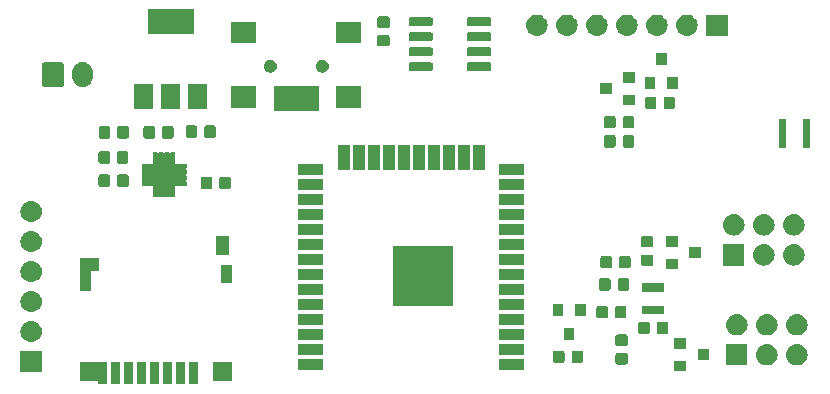
<source format=gbr>
G04 #@! TF.GenerationSoftware,KiCad,Pcbnew,5.1.4+dfsg1-1*
G04 #@! TF.CreationDate,2020-04-11T12:55:28-07:00*
G04 #@! TF.ProjectId,esp32_sensornode,65737033-325f-4736-956e-736f726e6f64,rev?*
G04 #@! TF.SameCoordinates,Original*
G04 #@! TF.FileFunction,Soldermask,Top*
G04 #@! TF.FilePolarity,Negative*
%FSLAX46Y46*%
G04 Gerber Fmt 4.6, Leading zero omitted, Abs format (unit mm)*
G04 Created by KiCad (PCBNEW 5.1.4+dfsg1-1) date 2020-04-11 12:55:28*
%MOMM*%
%LPD*%
G04 APERTURE LIST*
%ADD10C,0.100000*%
G04 APERTURE END LIST*
D10*
G36*
X58983500Y-74902900D02*
G01*
X58181500Y-74902900D01*
X58181500Y-74777899D01*
X58179098Y-74753513D01*
X58171985Y-74730064D01*
X58160434Y-74708453D01*
X58144889Y-74689511D01*
X58125947Y-74673966D01*
X58104336Y-74662415D01*
X58080887Y-74655302D01*
X58056501Y-74652900D01*
X56681500Y-74652900D01*
X56681500Y-73050900D01*
X58983500Y-73050900D01*
X58983500Y-74902900D01*
X58983500Y-74902900D01*
G37*
G36*
X65583500Y-74902900D02*
G01*
X64781500Y-74902900D01*
X64781500Y-73050900D01*
X65583500Y-73050900D01*
X65583500Y-74902900D01*
X65583500Y-74902900D01*
G37*
G36*
X66683500Y-74902900D02*
G01*
X65881500Y-74902900D01*
X65881500Y-73050900D01*
X66683500Y-73050900D01*
X66683500Y-74902900D01*
X66683500Y-74902900D01*
G37*
G36*
X64483500Y-74902900D02*
G01*
X63681500Y-74902900D01*
X63681500Y-73050900D01*
X64483500Y-73050900D01*
X64483500Y-74902900D01*
X64483500Y-74902900D01*
G37*
G36*
X63383500Y-74902900D02*
G01*
X62581500Y-74902900D01*
X62581500Y-73050900D01*
X63383500Y-73050900D01*
X63383500Y-74902900D01*
X63383500Y-74902900D01*
G37*
G36*
X61183500Y-74902900D02*
G01*
X60381500Y-74902900D01*
X60381500Y-73050900D01*
X61183500Y-73050900D01*
X61183500Y-74902900D01*
X61183500Y-74902900D01*
G37*
G36*
X62283500Y-74902900D02*
G01*
X61481500Y-74902900D01*
X61481500Y-73050900D01*
X62283500Y-73050900D01*
X62283500Y-74902900D01*
X62283500Y-74902900D01*
G37*
G36*
X60083500Y-74902900D02*
G01*
X59281500Y-74902900D01*
X59281500Y-73050900D01*
X60083500Y-73050900D01*
X60083500Y-74902900D01*
X60083500Y-74902900D01*
G37*
G36*
X69533500Y-74652900D02*
G01*
X67931500Y-74652900D01*
X67931500Y-73050900D01*
X69533500Y-73050900D01*
X69533500Y-74652900D01*
X69533500Y-74652900D01*
G37*
G36*
X53415600Y-73902000D02*
G01*
X51613600Y-73902000D01*
X51613600Y-72100000D01*
X53415600Y-72100000D01*
X53415600Y-73902000D01*
X53415600Y-73902000D01*
G37*
G36*
X107955800Y-73815300D02*
G01*
X106953800Y-73815300D01*
X106953800Y-72913300D01*
X107955800Y-72913300D01*
X107955800Y-73815300D01*
X107955800Y-73815300D01*
G37*
G36*
X94243700Y-73756000D02*
G01*
X92141700Y-73756000D01*
X92141700Y-72754000D01*
X94243700Y-72754000D01*
X94243700Y-73756000D01*
X94243700Y-73756000D01*
G37*
G36*
X77243700Y-73756000D02*
G01*
X75141700Y-73756000D01*
X75141700Y-72754000D01*
X77243700Y-72754000D01*
X77243700Y-73756000D01*
X77243700Y-73756000D01*
G37*
G36*
X117458543Y-71535019D02*
G01*
X117524727Y-71541537D01*
X117694566Y-71593057D01*
X117851091Y-71676722D01*
X117857540Y-71682015D01*
X117988286Y-71789314D01*
X118071548Y-71890771D01*
X118100878Y-71926509D01*
X118184543Y-72083034D01*
X118236063Y-72252873D01*
X118253459Y-72429500D01*
X118236063Y-72606127D01*
X118184543Y-72775966D01*
X118100878Y-72932491D01*
X118100698Y-72932710D01*
X117988286Y-73069686D01*
X117887317Y-73152548D01*
X117851091Y-73182278D01*
X117804018Y-73207439D01*
X117712407Y-73256407D01*
X117694566Y-73265943D01*
X117524727Y-73317463D01*
X117458543Y-73323981D01*
X117392360Y-73330500D01*
X117303840Y-73330500D01*
X117237657Y-73323981D01*
X117171473Y-73317463D01*
X117001634Y-73265943D01*
X116983794Y-73256407D01*
X116892182Y-73207439D01*
X116845109Y-73182278D01*
X116808883Y-73152548D01*
X116707914Y-73069686D01*
X116595502Y-72932710D01*
X116595322Y-72932491D01*
X116511657Y-72775966D01*
X116460137Y-72606127D01*
X116442741Y-72429500D01*
X116460137Y-72252873D01*
X116511657Y-72083034D01*
X116595322Y-71926509D01*
X116624652Y-71890771D01*
X116707914Y-71789314D01*
X116838660Y-71682015D01*
X116845109Y-71676722D01*
X117001634Y-71593057D01*
X117171473Y-71541537D01*
X117237657Y-71535019D01*
X117303840Y-71528500D01*
X117392360Y-71528500D01*
X117458543Y-71535019D01*
X117458543Y-71535019D01*
G37*
G36*
X114918543Y-71535019D02*
G01*
X114984727Y-71541537D01*
X115154566Y-71593057D01*
X115311091Y-71676722D01*
X115317540Y-71682015D01*
X115448286Y-71789314D01*
X115531548Y-71890771D01*
X115560878Y-71926509D01*
X115644543Y-72083034D01*
X115696063Y-72252873D01*
X115713459Y-72429500D01*
X115696063Y-72606127D01*
X115644543Y-72775966D01*
X115560878Y-72932491D01*
X115560698Y-72932710D01*
X115448286Y-73069686D01*
X115347317Y-73152548D01*
X115311091Y-73182278D01*
X115264018Y-73207439D01*
X115172407Y-73256407D01*
X115154566Y-73265943D01*
X114984727Y-73317463D01*
X114918543Y-73323981D01*
X114852360Y-73330500D01*
X114763840Y-73330500D01*
X114697657Y-73323981D01*
X114631473Y-73317463D01*
X114461634Y-73265943D01*
X114443794Y-73256407D01*
X114352182Y-73207439D01*
X114305109Y-73182278D01*
X114268883Y-73152548D01*
X114167914Y-73069686D01*
X114055502Y-72932710D01*
X114055322Y-72932491D01*
X113971657Y-72775966D01*
X113920137Y-72606127D01*
X113902741Y-72429500D01*
X113920137Y-72252873D01*
X113971657Y-72083034D01*
X114055322Y-71926509D01*
X114084652Y-71890771D01*
X114167914Y-71789314D01*
X114298660Y-71682015D01*
X114305109Y-71676722D01*
X114461634Y-71593057D01*
X114631473Y-71541537D01*
X114697657Y-71535019D01*
X114763840Y-71528500D01*
X114852360Y-71528500D01*
X114918543Y-71535019D01*
X114918543Y-71535019D01*
G37*
G36*
X113169100Y-73330500D02*
G01*
X111367100Y-73330500D01*
X111367100Y-71528500D01*
X113169100Y-71528500D01*
X113169100Y-73330500D01*
X113169100Y-73330500D01*
G37*
G36*
X102894091Y-72288185D02*
G01*
X102928069Y-72298493D01*
X102959390Y-72315234D01*
X102986839Y-72337761D01*
X103009366Y-72365210D01*
X103026107Y-72396531D01*
X103036415Y-72430509D01*
X103040500Y-72471990D01*
X103040500Y-73073210D01*
X103036415Y-73114691D01*
X103026107Y-73148669D01*
X103009366Y-73179990D01*
X102986839Y-73207439D01*
X102959390Y-73229966D01*
X102928069Y-73246707D01*
X102894091Y-73257015D01*
X102852610Y-73261100D01*
X102176390Y-73261100D01*
X102134909Y-73257015D01*
X102100931Y-73246707D01*
X102069610Y-73229966D01*
X102042161Y-73207439D01*
X102019634Y-73179990D01*
X102002893Y-73148669D01*
X101992585Y-73114691D01*
X101988500Y-73073210D01*
X101988500Y-72471990D01*
X101992585Y-72430509D01*
X102002893Y-72396531D01*
X102019634Y-72365210D01*
X102042161Y-72337761D01*
X102069610Y-72315234D01*
X102100931Y-72298493D01*
X102134909Y-72288185D01*
X102176390Y-72284100D01*
X102852610Y-72284100D01*
X102894091Y-72288185D01*
X102894091Y-72288185D01*
G37*
G36*
X99110191Y-72072685D02*
G01*
X99144169Y-72082993D01*
X99175490Y-72099734D01*
X99202939Y-72122261D01*
X99225466Y-72149710D01*
X99242207Y-72181031D01*
X99252515Y-72215009D01*
X99256600Y-72256490D01*
X99256600Y-72932710D01*
X99252515Y-72974191D01*
X99242207Y-73008169D01*
X99225466Y-73039490D01*
X99202939Y-73066939D01*
X99175490Y-73089466D01*
X99144169Y-73106207D01*
X99110191Y-73116515D01*
X99068710Y-73120600D01*
X98467490Y-73120600D01*
X98426009Y-73116515D01*
X98392031Y-73106207D01*
X98360710Y-73089466D01*
X98333261Y-73066939D01*
X98310734Y-73039490D01*
X98293993Y-73008169D01*
X98283685Y-72974191D01*
X98279600Y-72932710D01*
X98279600Y-72256490D01*
X98283685Y-72215009D01*
X98293993Y-72181031D01*
X98310734Y-72149710D01*
X98333261Y-72122261D01*
X98360710Y-72099734D01*
X98392031Y-72082993D01*
X98426009Y-72072685D01*
X98467490Y-72068600D01*
X99068710Y-72068600D01*
X99110191Y-72072685D01*
X99110191Y-72072685D01*
G37*
G36*
X97535191Y-72072685D02*
G01*
X97569169Y-72082993D01*
X97600490Y-72099734D01*
X97627939Y-72122261D01*
X97650466Y-72149710D01*
X97667207Y-72181031D01*
X97677515Y-72215009D01*
X97681600Y-72256490D01*
X97681600Y-72932710D01*
X97677515Y-72974191D01*
X97667207Y-73008169D01*
X97650466Y-73039490D01*
X97627939Y-73066939D01*
X97600490Y-73089466D01*
X97569169Y-73106207D01*
X97535191Y-73116515D01*
X97493710Y-73120600D01*
X96892490Y-73120600D01*
X96851009Y-73116515D01*
X96817031Y-73106207D01*
X96785710Y-73089466D01*
X96758261Y-73066939D01*
X96735734Y-73039490D01*
X96718993Y-73008169D01*
X96708685Y-72974191D01*
X96704600Y-72932710D01*
X96704600Y-72256490D01*
X96708685Y-72215009D01*
X96718993Y-72181031D01*
X96735734Y-72149710D01*
X96758261Y-72122261D01*
X96785710Y-72099734D01*
X96817031Y-72082993D01*
X96851009Y-72072685D01*
X96892490Y-72068600D01*
X97493710Y-72068600D01*
X97535191Y-72072685D01*
X97535191Y-72072685D01*
G37*
G36*
X109955800Y-72865300D02*
G01*
X108953800Y-72865300D01*
X108953800Y-71963300D01*
X109955800Y-71963300D01*
X109955800Y-72865300D01*
X109955800Y-72865300D01*
G37*
G36*
X94243700Y-72486000D02*
G01*
X92141700Y-72486000D01*
X92141700Y-71484000D01*
X94243700Y-71484000D01*
X94243700Y-72486000D01*
X94243700Y-72486000D01*
G37*
G36*
X77243700Y-72486000D02*
G01*
X75141700Y-72486000D01*
X75141700Y-71484000D01*
X77243700Y-71484000D01*
X77243700Y-72486000D01*
X77243700Y-72486000D01*
G37*
G36*
X107955800Y-71915300D02*
G01*
X106953800Y-71915300D01*
X106953800Y-71013300D01*
X107955800Y-71013300D01*
X107955800Y-71915300D01*
X107955800Y-71915300D01*
G37*
G36*
X102894091Y-70713185D02*
G01*
X102928069Y-70723493D01*
X102959390Y-70740234D01*
X102986839Y-70762761D01*
X103009366Y-70790210D01*
X103026107Y-70821531D01*
X103036415Y-70855509D01*
X103040500Y-70896990D01*
X103040500Y-71498210D01*
X103036415Y-71539691D01*
X103026107Y-71573669D01*
X103009366Y-71604990D01*
X102986839Y-71632439D01*
X102959390Y-71654966D01*
X102928069Y-71671707D01*
X102894091Y-71682015D01*
X102852610Y-71686100D01*
X102176390Y-71686100D01*
X102134909Y-71682015D01*
X102100931Y-71671707D01*
X102069610Y-71654966D01*
X102042161Y-71632439D01*
X102019634Y-71604990D01*
X102002893Y-71573669D01*
X101992585Y-71539691D01*
X101988500Y-71498210D01*
X101988500Y-70896990D01*
X101992585Y-70855509D01*
X102002893Y-70821531D01*
X102019634Y-70790210D01*
X102042161Y-70762761D01*
X102069610Y-70740234D01*
X102100931Y-70723493D01*
X102134909Y-70713185D01*
X102176390Y-70709100D01*
X102852610Y-70709100D01*
X102894091Y-70713185D01*
X102894091Y-70713185D01*
G37*
G36*
X52625043Y-69566519D02*
G01*
X52691227Y-69573037D01*
X52861066Y-69624557D01*
X53017591Y-69708222D01*
X53053329Y-69737552D01*
X53154786Y-69820814D01*
X53211154Y-69889500D01*
X53267378Y-69958009D01*
X53351043Y-70114534D01*
X53402563Y-70284373D01*
X53419959Y-70461000D01*
X53402563Y-70637627D01*
X53351043Y-70807466D01*
X53267378Y-70963991D01*
X53238048Y-70999729D01*
X53154786Y-71101186D01*
X53053329Y-71184448D01*
X53017591Y-71213778D01*
X52861066Y-71297443D01*
X52691227Y-71348963D01*
X52625043Y-71355481D01*
X52558860Y-71362000D01*
X52470340Y-71362000D01*
X52404157Y-71355481D01*
X52337973Y-71348963D01*
X52168134Y-71297443D01*
X52011609Y-71213778D01*
X51975871Y-71184448D01*
X51874414Y-71101186D01*
X51791152Y-70999729D01*
X51761822Y-70963991D01*
X51678157Y-70807466D01*
X51626637Y-70637627D01*
X51609241Y-70461000D01*
X51626637Y-70284373D01*
X51678157Y-70114534D01*
X51761822Y-69958009D01*
X51818046Y-69889500D01*
X51874414Y-69820814D01*
X51975871Y-69737552D01*
X52011609Y-69708222D01*
X52168134Y-69624557D01*
X52337973Y-69573037D01*
X52404157Y-69566519D01*
X52470340Y-69560000D01*
X52558860Y-69560000D01*
X52625043Y-69566519D01*
X52625043Y-69566519D01*
G37*
G36*
X77243700Y-71216000D02*
G01*
X75141700Y-71216000D01*
X75141700Y-70214000D01*
X77243700Y-70214000D01*
X77243700Y-71216000D01*
X77243700Y-71216000D01*
G37*
G36*
X94243700Y-71216000D02*
G01*
X92141700Y-71216000D01*
X92141700Y-70214000D01*
X94243700Y-70214000D01*
X94243700Y-71216000D01*
X94243700Y-71216000D01*
G37*
G36*
X98520500Y-71136500D02*
G01*
X97618500Y-71136500D01*
X97618500Y-70134500D01*
X98520500Y-70134500D01*
X98520500Y-71136500D01*
X98520500Y-71136500D01*
G37*
G36*
X117458543Y-68995019D02*
G01*
X117524727Y-69001537D01*
X117694566Y-69053057D01*
X117851091Y-69136722D01*
X117854355Y-69139401D01*
X117988286Y-69249314D01*
X118044168Y-69317408D01*
X118100878Y-69386509D01*
X118184543Y-69543034D01*
X118236063Y-69712873D01*
X118253459Y-69889500D01*
X118236063Y-70066127D01*
X118184543Y-70235966D01*
X118100878Y-70392491D01*
X118071548Y-70428229D01*
X117988286Y-70529686D01*
X117889616Y-70610661D01*
X117851091Y-70642278D01*
X117694566Y-70725943D01*
X117524727Y-70777463D01*
X117458543Y-70783981D01*
X117392360Y-70790500D01*
X117303840Y-70790500D01*
X117237657Y-70783981D01*
X117171473Y-70777463D01*
X117001634Y-70725943D01*
X116845109Y-70642278D01*
X116806584Y-70610661D01*
X116707914Y-70529686D01*
X116624652Y-70428229D01*
X116595322Y-70392491D01*
X116511657Y-70235966D01*
X116460137Y-70066127D01*
X116442741Y-69889500D01*
X116460137Y-69712873D01*
X116511657Y-69543034D01*
X116595322Y-69386509D01*
X116652032Y-69317408D01*
X116707914Y-69249314D01*
X116841845Y-69139401D01*
X116845109Y-69136722D01*
X117001634Y-69053057D01*
X117171473Y-69001537D01*
X117237657Y-68995019D01*
X117303840Y-68988500D01*
X117392360Y-68988500D01*
X117458543Y-68995019D01*
X117458543Y-68995019D01*
G37*
G36*
X114918543Y-68995019D02*
G01*
X114984727Y-69001537D01*
X115154566Y-69053057D01*
X115311091Y-69136722D01*
X115314355Y-69139401D01*
X115448286Y-69249314D01*
X115504168Y-69317408D01*
X115560878Y-69386509D01*
X115644543Y-69543034D01*
X115696063Y-69712873D01*
X115713459Y-69889500D01*
X115696063Y-70066127D01*
X115644543Y-70235966D01*
X115560878Y-70392491D01*
X115531548Y-70428229D01*
X115448286Y-70529686D01*
X115349616Y-70610661D01*
X115311091Y-70642278D01*
X115154566Y-70725943D01*
X114984727Y-70777463D01*
X114918543Y-70783981D01*
X114852360Y-70790500D01*
X114763840Y-70790500D01*
X114697657Y-70783981D01*
X114631473Y-70777463D01*
X114461634Y-70725943D01*
X114305109Y-70642278D01*
X114266584Y-70610661D01*
X114167914Y-70529686D01*
X114084652Y-70428229D01*
X114055322Y-70392491D01*
X113971657Y-70235966D01*
X113920137Y-70066127D01*
X113902741Y-69889500D01*
X113920137Y-69712873D01*
X113971657Y-69543034D01*
X114055322Y-69386509D01*
X114112032Y-69317408D01*
X114167914Y-69249314D01*
X114301845Y-69139401D01*
X114305109Y-69136722D01*
X114461634Y-69053057D01*
X114631473Y-69001537D01*
X114697657Y-68995019D01*
X114763840Y-68988500D01*
X114852360Y-68988500D01*
X114918543Y-68995019D01*
X114918543Y-68995019D01*
G37*
G36*
X112378543Y-68995019D02*
G01*
X112444727Y-69001537D01*
X112614566Y-69053057D01*
X112771091Y-69136722D01*
X112774355Y-69139401D01*
X112908286Y-69249314D01*
X112964168Y-69317408D01*
X113020878Y-69386509D01*
X113104543Y-69543034D01*
X113156063Y-69712873D01*
X113173459Y-69889500D01*
X113156063Y-70066127D01*
X113104543Y-70235966D01*
X113020878Y-70392491D01*
X112991548Y-70428229D01*
X112908286Y-70529686D01*
X112809616Y-70610661D01*
X112771091Y-70642278D01*
X112614566Y-70725943D01*
X112444727Y-70777463D01*
X112378543Y-70783981D01*
X112312360Y-70790500D01*
X112223840Y-70790500D01*
X112157657Y-70783981D01*
X112091473Y-70777463D01*
X111921634Y-70725943D01*
X111765109Y-70642278D01*
X111726584Y-70610661D01*
X111627914Y-70529686D01*
X111544652Y-70428229D01*
X111515322Y-70392491D01*
X111431657Y-70235966D01*
X111380137Y-70066127D01*
X111362741Y-69889500D01*
X111380137Y-69712873D01*
X111431657Y-69543034D01*
X111515322Y-69386509D01*
X111572032Y-69317408D01*
X111627914Y-69249314D01*
X111761845Y-69139401D01*
X111765109Y-69136722D01*
X111921634Y-69053057D01*
X112091473Y-69001537D01*
X112157657Y-68995019D01*
X112223840Y-68988500D01*
X112312360Y-68988500D01*
X112378543Y-68995019D01*
X112378543Y-68995019D01*
G37*
G36*
X104748791Y-69634285D02*
G01*
X104782769Y-69644593D01*
X104814090Y-69661334D01*
X104841539Y-69683861D01*
X104864066Y-69711310D01*
X104880807Y-69742631D01*
X104891115Y-69776609D01*
X104895200Y-69818090D01*
X104895200Y-70494310D01*
X104891115Y-70535791D01*
X104880807Y-70569769D01*
X104864066Y-70601090D01*
X104841539Y-70628539D01*
X104814090Y-70651066D01*
X104782769Y-70667807D01*
X104748791Y-70678115D01*
X104707310Y-70682200D01*
X104106090Y-70682200D01*
X104064609Y-70678115D01*
X104030631Y-70667807D01*
X103999310Y-70651066D01*
X103971861Y-70628539D01*
X103949334Y-70601090D01*
X103932593Y-70569769D01*
X103922285Y-70535791D01*
X103918200Y-70494310D01*
X103918200Y-69818090D01*
X103922285Y-69776609D01*
X103932593Y-69742631D01*
X103949334Y-69711310D01*
X103971861Y-69683861D01*
X103999310Y-69661334D01*
X104030631Y-69644593D01*
X104064609Y-69634285D01*
X104106090Y-69630200D01*
X104707310Y-69630200D01*
X104748791Y-69634285D01*
X104748791Y-69634285D01*
G37*
G36*
X106323791Y-69634285D02*
G01*
X106357769Y-69644593D01*
X106389090Y-69661334D01*
X106416539Y-69683861D01*
X106439066Y-69711310D01*
X106455807Y-69742631D01*
X106466115Y-69776609D01*
X106470200Y-69818090D01*
X106470200Y-70494310D01*
X106466115Y-70535791D01*
X106455807Y-70569769D01*
X106439066Y-70601090D01*
X106416539Y-70628539D01*
X106389090Y-70651066D01*
X106357769Y-70667807D01*
X106323791Y-70678115D01*
X106282310Y-70682200D01*
X105681090Y-70682200D01*
X105639609Y-70678115D01*
X105605631Y-70667807D01*
X105574310Y-70651066D01*
X105546861Y-70628539D01*
X105524334Y-70601090D01*
X105507593Y-70569769D01*
X105497285Y-70535791D01*
X105493200Y-70494310D01*
X105493200Y-69818090D01*
X105497285Y-69776609D01*
X105507593Y-69742631D01*
X105524334Y-69711310D01*
X105546861Y-69683861D01*
X105574310Y-69661334D01*
X105605631Y-69644593D01*
X105639609Y-69634285D01*
X105681090Y-69630200D01*
X106282310Y-69630200D01*
X106323791Y-69634285D01*
X106323791Y-69634285D01*
G37*
G36*
X94243700Y-69946000D02*
G01*
X92141700Y-69946000D01*
X92141700Y-68944000D01*
X94243700Y-68944000D01*
X94243700Y-69946000D01*
X94243700Y-69946000D01*
G37*
G36*
X77243700Y-69946000D02*
G01*
X75141700Y-69946000D01*
X75141700Y-68944000D01*
X77243700Y-68944000D01*
X77243700Y-69946000D01*
X77243700Y-69946000D01*
G37*
G36*
X102780491Y-68288085D02*
G01*
X102814469Y-68298393D01*
X102845790Y-68315134D01*
X102873239Y-68337661D01*
X102895766Y-68365110D01*
X102912507Y-68396431D01*
X102922815Y-68430409D01*
X102926900Y-68471890D01*
X102926900Y-69148110D01*
X102922815Y-69189591D01*
X102912507Y-69223569D01*
X102895766Y-69254890D01*
X102873239Y-69282339D01*
X102845790Y-69304866D01*
X102814469Y-69321607D01*
X102780491Y-69331915D01*
X102739010Y-69336000D01*
X102137790Y-69336000D01*
X102096309Y-69331915D01*
X102062331Y-69321607D01*
X102031010Y-69304866D01*
X102003561Y-69282339D01*
X101981034Y-69254890D01*
X101964293Y-69223569D01*
X101953985Y-69189591D01*
X101949900Y-69148110D01*
X101949900Y-68471890D01*
X101953985Y-68430409D01*
X101964293Y-68396431D01*
X101981034Y-68365110D01*
X102003561Y-68337661D01*
X102031010Y-68315134D01*
X102062331Y-68298393D01*
X102096309Y-68288085D01*
X102137790Y-68284000D01*
X102739010Y-68284000D01*
X102780491Y-68288085D01*
X102780491Y-68288085D01*
G37*
G36*
X101205491Y-68288085D02*
G01*
X101239469Y-68298393D01*
X101270790Y-68315134D01*
X101298239Y-68337661D01*
X101320766Y-68365110D01*
X101337507Y-68396431D01*
X101347815Y-68430409D01*
X101351900Y-68471890D01*
X101351900Y-69148110D01*
X101347815Y-69189591D01*
X101337507Y-69223569D01*
X101320766Y-69254890D01*
X101298239Y-69282339D01*
X101270790Y-69304866D01*
X101239469Y-69321607D01*
X101205491Y-69331915D01*
X101164010Y-69336000D01*
X100562790Y-69336000D01*
X100521309Y-69331915D01*
X100487331Y-69321607D01*
X100456010Y-69304866D01*
X100428561Y-69282339D01*
X100406034Y-69254890D01*
X100389293Y-69223569D01*
X100378985Y-69189591D01*
X100374900Y-69148110D01*
X100374900Y-68471890D01*
X100378985Y-68430409D01*
X100389293Y-68396431D01*
X100406034Y-68365110D01*
X100428561Y-68337661D01*
X100456010Y-68315134D01*
X100487331Y-68298393D01*
X100521309Y-68288085D01*
X100562790Y-68284000D01*
X101164010Y-68284000D01*
X101205491Y-68288085D01*
X101205491Y-68288085D01*
G37*
G36*
X97570500Y-69136500D02*
G01*
X96668500Y-69136500D01*
X96668500Y-68134500D01*
X97570500Y-68134500D01*
X97570500Y-69136500D01*
X97570500Y-69136500D01*
G37*
G36*
X99470500Y-69136500D02*
G01*
X98568500Y-69136500D01*
X98568500Y-68134500D01*
X99470500Y-68134500D01*
X99470500Y-69136500D01*
X99470500Y-69136500D01*
G37*
G36*
X106084800Y-69015900D02*
G01*
X104282800Y-69015900D01*
X104282800Y-68263900D01*
X106084800Y-68263900D01*
X106084800Y-69015900D01*
X106084800Y-69015900D01*
G37*
G36*
X52625042Y-67026518D02*
G01*
X52691227Y-67033037D01*
X52861066Y-67084557D01*
X53017591Y-67168222D01*
X53053329Y-67197552D01*
X53154786Y-67280814D01*
X53238048Y-67382271D01*
X53267378Y-67418009D01*
X53351043Y-67574534D01*
X53402563Y-67744373D01*
X53419959Y-67921000D01*
X53402563Y-68097627D01*
X53351043Y-68267466D01*
X53267378Y-68423991D01*
X53238048Y-68459729D01*
X53154786Y-68561186D01*
X53053329Y-68644448D01*
X53017591Y-68673778D01*
X52861066Y-68757443D01*
X52691227Y-68808963D01*
X52625042Y-68815482D01*
X52558860Y-68822000D01*
X52470340Y-68822000D01*
X52404158Y-68815482D01*
X52337973Y-68808963D01*
X52168134Y-68757443D01*
X52011609Y-68673778D01*
X51975871Y-68644448D01*
X51874414Y-68561186D01*
X51791152Y-68459729D01*
X51761822Y-68423991D01*
X51678157Y-68267466D01*
X51626637Y-68097627D01*
X51609241Y-67921000D01*
X51626637Y-67744373D01*
X51678157Y-67574534D01*
X51761822Y-67418009D01*
X51791152Y-67382271D01*
X51874414Y-67280814D01*
X51975871Y-67197552D01*
X52011609Y-67168222D01*
X52168134Y-67084557D01*
X52337973Y-67033037D01*
X52404158Y-67026518D01*
X52470340Y-67020000D01*
X52558860Y-67020000D01*
X52625042Y-67026518D01*
X52625042Y-67026518D01*
G37*
G36*
X77243700Y-68676000D02*
G01*
X75141700Y-68676000D01*
X75141700Y-67674000D01*
X77243700Y-67674000D01*
X77243700Y-68676000D01*
X77243700Y-68676000D01*
G37*
G36*
X94243700Y-68676000D02*
G01*
X92141700Y-68676000D01*
X92141700Y-67674000D01*
X94243700Y-67674000D01*
X94243700Y-68676000D01*
X94243700Y-68676000D01*
G37*
G36*
X88243700Y-68306000D02*
G01*
X83141700Y-68306000D01*
X83141700Y-63204000D01*
X88243700Y-63204000D01*
X88243700Y-68306000D01*
X88243700Y-68306000D01*
G37*
G36*
X77243700Y-67406000D02*
G01*
X75141700Y-67406000D01*
X75141700Y-66404000D01*
X77243700Y-66404000D01*
X77243700Y-67406000D01*
X77243700Y-67406000D01*
G37*
G36*
X94243700Y-67406000D02*
G01*
X92141700Y-67406000D01*
X92141700Y-66404000D01*
X94243700Y-66404000D01*
X94243700Y-67406000D01*
X94243700Y-67406000D01*
G37*
G36*
X106084800Y-67115900D02*
G01*
X104282800Y-67115900D01*
X104282800Y-66363900D01*
X106084800Y-66363900D01*
X106084800Y-67115900D01*
X106084800Y-67115900D01*
G37*
G36*
X58233500Y-65302900D02*
G01*
X57708499Y-65302900D01*
X57684113Y-65305302D01*
X57660664Y-65312415D01*
X57639053Y-65323966D01*
X57620111Y-65339511D01*
X57604566Y-65358453D01*
X57593015Y-65380064D01*
X57585902Y-65403513D01*
X57583500Y-65427899D01*
X57583500Y-67052900D01*
X56681500Y-67052900D01*
X56681500Y-64200900D01*
X58233500Y-64200900D01*
X58233500Y-65302900D01*
X58233500Y-65302900D01*
G37*
G36*
X103009091Y-65951285D02*
G01*
X103043069Y-65961593D01*
X103074390Y-65978334D01*
X103101839Y-66000861D01*
X103124366Y-66028310D01*
X103141107Y-66059631D01*
X103151415Y-66093609D01*
X103155500Y-66135090D01*
X103155500Y-66811310D01*
X103151415Y-66852791D01*
X103141107Y-66886769D01*
X103124366Y-66918090D01*
X103101839Y-66945539D01*
X103074390Y-66968066D01*
X103043069Y-66984807D01*
X103009091Y-66995115D01*
X102967610Y-66999200D01*
X102366390Y-66999200D01*
X102324909Y-66995115D01*
X102290931Y-66984807D01*
X102259610Y-66968066D01*
X102232161Y-66945539D01*
X102209634Y-66918090D01*
X102192893Y-66886769D01*
X102182585Y-66852791D01*
X102178500Y-66811310D01*
X102178500Y-66135090D01*
X102182585Y-66093609D01*
X102192893Y-66059631D01*
X102209634Y-66028310D01*
X102232161Y-66000861D01*
X102259610Y-65978334D01*
X102290931Y-65961593D01*
X102324909Y-65951285D01*
X102366390Y-65947200D01*
X102967610Y-65947200D01*
X103009091Y-65951285D01*
X103009091Y-65951285D01*
G37*
G36*
X101434091Y-65951285D02*
G01*
X101468069Y-65961593D01*
X101499390Y-65978334D01*
X101526839Y-66000861D01*
X101549366Y-66028310D01*
X101566107Y-66059631D01*
X101576415Y-66093609D01*
X101580500Y-66135090D01*
X101580500Y-66811310D01*
X101576415Y-66852791D01*
X101566107Y-66886769D01*
X101549366Y-66918090D01*
X101526839Y-66945539D01*
X101499390Y-66968066D01*
X101468069Y-66984807D01*
X101434091Y-66995115D01*
X101392610Y-66999200D01*
X100791390Y-66999200D01*
X100749909Y-66995115D01*
X100715931Y-66984807D01*
X100684610Y-66968066D01*
X100657161Y-66945539D01*
X100634634Y-66918090D01*
X100617893Y-66886769D01*
X100607585Y-66852791D01*
X100603500Y-66811310D01*
X100603500Y-66135090D01*
X100607585Y-66093609D01*
X100617893Y-66059631D01*
X100634634Y-66028310D01*
X100657161Y-66000861D01*
X100684610Y-65978334D01*
X100715931Y-65961593D01*
X100749909Y-65951285D01*
X100791390Y-65947200D01*
X101392610Y-65947200D01*
X101434091Y-65951285D01*
X101434091Y-65951285D01*
G37*
G36*
X69533500Y-66352900D02*
G01*
X68631500Y-66352900D01*
X68631500Y-64850900D01*
X69533500Y-64850900D01*
X69533500Y-66352900D01*
X69533500Y-66352900D01*
G37*
G36*
X52625043Y-64486519D02*
G01*
X52691227Y-64493037D01*
X52861066Y-64544557D01*
X53017591Y-64628222D01*
X53053329Y-64657552D01*
X53154786Y-64740814D01*
X53232976Y-64836090D01*
X53267378Y-64878009D01*
X53351043Y-65034534D01*
X53402563Y-65204373D01*
X53419959Y-65381000D01*
X53402563Y-65557627D01*
X53351043Y-65727466D01*
X53267378Y-65883991D01*
X53238048Y-65919729D01*
X53154786Y-66021186D01*
X53066537Y-66093609D01*
X53017591Y-66133778D01*
X52861066Y-66217443D01*
X52691227Y-66268963D01*
X52625043Y-66275481D01*
X52558860Y-66282000D01*
X52470340Y-66282000D01*
X52404157Y-66275481D01*
X52337973Y-66268963D01*
X52168134Y-66217443D01*
X52011609Y-66133778D01*
X51962663Y-66093609D01*
X51874414Y-66021186D01*
X51791152Y-65919729D01*
X51761822Y-65883991D01*
X51678157Y-65727466D01*
X51626637Y-65557627D01*
X51609241Y-65381000D01*
X51626637Y-65204373D01*
X51678157Y-65034534D01*
X51761822Y-64878009D01*
X51796224Y-64836090D01*
X51874414Y-64740814D01*
X51975871Y-64657552D01*
X52011609Y-64628222D01*
X52168134Y-64544557D01*
X52337973Y-64493037D01*
X52404157Y-64486519D01*
X52470340Y-64480000D01*
X52558860Y-64480000D01*
X52625043Y-64486519D01*
X52625043Y-64486519D01*
G37*
G36*
X94243700Y-66136000D02*
G01*
X92141700Y-66136000D01*
X92141700Y-65134000D01*
X94243700Y-65134000D01*
X94243700Y-66136000D01*
X94243700Y-66136000D01*
G37*
G36*
X77243700Y-66136000D02*
G01*
X75141700Y-66136000D01*
X75141700Y-65134000D01*
X77243700Y-65134000D01*
X77243700Y-66136000D01*
X77243700Y-66136000D01*
G37*
G36*
X107251200Y-65181800D02*
G01*
X106249200Y-65181800D01*
X106249200Y-64279800D01*
X107251200Y-64279800D01*
X107251200Y-65181800D01*
X107251200Y-65181800D01*
G37*
G36*
X101548291Y-64071685D02*
G01*
X101582269Y-64081993D01*
X101613590Y-64098734D01*
X101641039Y-64121261D01*
X101663566Y-64148710D01*
X101680307Y-64180031D01*
X101690615Y-64214009D01*
X101694700Y-64255490D01*
X101694700Y-64931710D01*
X101690615Y-64973191D01*
X101680307Y-65007169D01*
X101663566Y-65038490D01*
X101641039Y-65065939D01*
X101613590Y-65088466D01*
X101582269Y-65105207D01*
X101548291Y-65115515D01*
X101506810Y-65119600D01*
X100905590Y-65119600D01*
X100864109Y-65115515D01*
X100830131Y-65105207D01*
X100798810Y-65088466D01*
X100771361Y-65065939D01*
X100748834Y-65038490D01*
X100732093Y-65007169D01*
X100721785Y-64973191D01*
X100717700Y-64931710D01*
X100717700Y-64255490D01*
X100721785Y-64214009D01*
X100732093Y-64180031D01*
X100748834Y-64148710D01*
X100771361Y-64121261D01*
X100798810Y-64098734D01*
X100830131Y-64081993D01*
X100864109Y-64071685D01*
X100905590Y-64067600D01*
X101506810Y-64067600D01*
X101548291Y-64071685D01*
X101548291Y-64071685D01*
G37*
G36*
X103123291Y-64071685D02*
G01*
X103157269Y-64081993D01*
X103188590Y-64098734D01*
X103216039Y-64121261D01*
X103238566Y-64148710D01*
X103255307Y-64180031D01*
X103265615Y-64214009D01*
X103269700Y-64255490D01*
X103269700Y-64931710D01*
X103265615Y-64973191D01*
X103255307Y-65007169D01*
X103238566Y-65038490D01*
X103216039Y-65065939D01*
X103188590Y-65088466D01*
X103157269Y-65105207D01*
X103123291Y-65115515D01*
X103081810Y-65119600D01*
X102480590Y-65119600D01*
X102439109Y-65115515D01*
X102405131Y-65105207D01*
X102373810Y-65088466D01*
X102346361Y-65065939D01*
X102323834Y-65038490D01*
X102307093Y-65007169D01*
X102296785Y-64973191D01*
X102292700Y-64931710D01*
X102292700Y-64255490D01*
X102296785Y-64214009D01*
X102307093Y-64180031D01*
X102323834Y-64148710D01*
X102346361Y-64121261D01*
X102373810Y-64098734D01*
X102405131Y-64081993D01*
X102439109Y-64071685D01*
X102480590Y-64067600D01*
X103081810Y-64067600D01*
X103123291Y-64071685D01*
X103123291Y-64071685D01*
G37*
G36*
X105053091Y-63944285D02*
G01*
X105087069Y-63954593D01*
X105118390Y-63971334D01*
X105145839Y-63993861D01*
X105168366Y-64021310D01*
X105185107Y-64052631D01*
X105195415Y-64086609D01*
X105199500Y-64128090D01*
X105199500Y-64729310D01*
X105195415Y-64770791D01*
X105185107Y-64804769D01*
X105168366Y-64836090D01*
X105145839Y-64863539D01*
X105118390Y-64886066D01*
X105087069Y-64902807D01*
X105053091Y-64913115D01*
X105011610Y-64917200D01*
X104335390Y-64917200D01*
X104293909Y-64913115D01*
X104259931Y-64902807D01*
X104228610Y-64886066D01*
X104201161Y-64863539D01*
X104178634Y-64836090D01*
X104161893Y-64804769D01*
X104151585Y-64770791D01*
X104147500Y-64729310D01*
X104147500Y-64128090D01*
X104151585Y-64086609D01*
X104161893Y-64052631D01*
X104178634Y-64021310D01*
X104201161Y-63993861D01*
X104228610Y-63971334D01*
X104259931Y-63954593D01*
X104293909Y-63944285D01*
X104335390Y-63940200D01*
X105011610Y-63940200D01*
X105053091Y-63944285D01*
X105053091Y-63944285D01*
G37*
G36*
X112915100Y-64872300D02*
G01*
X111113100Y-64872300D01*
X111113100Y-63070300D01*
X112915100Y-63070300D01*
X112915100Y-64872300D01*
X112915100Y-64872300D01*
G37*
G36*
X117204543Y-63076819D02*
G01*
X117270727Y-63083337D01*
X117440566Y-63134857D01*
X117440568Y-63134858D01*
X117476960Y-63154310D01*
X117597091Y-63218522D01*
X117610795Y-63229769D01*
X117734286Y-63331114D01*
X117817548Y-63432571D01*
X117846878Y-63468309D01*
X117930543Y-63624834D01*
X117982063Y-63794673D01*
X117999459Y-63971300D01*
X117982063Y-64147927D01*
X117930543Y-64317766D01*
X117846878Y-64474291D01*
X117831493Y-64493037D01*
X117734286Y-64611486D01*
X117632829Y-64694748D01*
X117597091Y-64724078D01*
X117440566Y-64807743D01*
X117270727Y-64859263D01*
X117227311Y-64863539D01*
X117138360Y-64872300D01*
X117049840Y-64872300D01*
X116960889Y-64863539D01*
X116917473Y-64859263D01*
X116747634Y-64807743D01*
X116591109Y-64724078D01*
X116555371Y-64694748D01*
X116453914Y-64611486D01*
X116356707Y-64493037D01*
X116341322Y-64474291D01*
X116257657Y-64317766D01*
X116206137Y-64147927D01*
X116188741Y-63971300D01*
X116206137Y-63794673D01*
X116257657Y-63624834D01*
X116341322Y-63468309D01*
X116370652Y-63432571D01*
X116453914Y-63331114D01*
X116577405Y-63229769D01*
X116591109Y-63218522D01*
X116711240Y-63154310D01*
X116747632Y-63134858D01*
X116747634Y-63134857D01*
X116917473Y-63083337D01*
X116983657Y-63076819D01*
X117049840Y-63070300D01*
X117138360Y-63070300D01*
X117204543Y-63076819D01*
X117204543Y-63076819D01*
G37*
G36*
X114664543Y-63076819D02*
G01*
X114730727Y-63083337D01*
X114900566Y-63134857D01*
X114900568Y-63134858D01*
X114936960Y-63154310D01*
X115057091Y-63218522D01*
X115070795Y-63229769D01*
X115194286Y-63331114D01*
X115277548Y-63432571D01*
X115306878Y-63468309D01*
X115390543Y-63624834D01*
X115442063Y-63794673D01*
X115459459Y-63971300D01*
X115442063Y-64147927D01*
X115390543Y-64317766D01*
X115306878Y-64474291D01*
X115291493Y-64493037D01*
X115194286Y-64611486D01*
X115092829Y-64694748D01*
X115057091Y-64724078D01*
X114900566Y-64807743D01*
X114730727Y-64859263D01*
X114687311Y-64863539D01*
X114598360Y-64872300D01*
X114509840Y-64872300D01*
X114420889Y-64863539D01*
X114377473Y-64859263D01*
X114207634Y-64807743D01*
X114051109Y-64724078D01*
X114015371Y-64694748D01*
X113913914Y-64611486D01*
X113816707Y-64493037D01*
X113801322Y-64474291D01*
X113717657Y-64317766D01*
X113666137Y-64147927D01*
X113648741Y-63971300D01*
X113666137Y-63794673D01*
X113717657Y-63624834D01*
X113801322Y-63468309D01*
X113830652Y-63432571D01*
X113913914Y-63331114D01*
X114037405Y-63229769D01*
X114051109Y-63218522D01*
X114171240Y-63154310D01*
X114207632Y-63134858D01*
X114207634Y-63134857D01*
X114377473Y-63083337D01*
X114443657Y-63076819D01*
X114509840Y-63070300D01*
X114598360Y-63070300D01*
X114664543Y-63076819D01*
X114664543Y-63076819D01*
G37*
G36*
X77243700Y-64866000D02*
G01*
X75141700Y-64866000D01*
X75141700Y-63864000D01*
X77243700Y-63864000D01*
X77243700Y-64866000D01*
X77243700Y-64866000D01*
G37*
G36*
X94243700Y-64866000D02*
G01*
X92141700Y-64866000D01*
X92141700Y-63864000D01*
X94243700Y-63864000D01*
X94243700Y-64866000D01*
X94243700Y-64866000D01*
G37*
G36*
X109251200Y-64231800D02*
G01*
X108249200Y-64231800D01*
X108249200Y-63329800D01*
X109251200Y-63329800D01*
X109251200Y-64231800D01*
X109251200Y-64231800D01*
G37*
G36*
X69233500Y-64002900D02*
G01*
X68131500Y-64002900D01*
X68131500Y-62350900D01*
X69233500Y-62350900D01*
X69233500Y-64002900D01*
X69233500Y-64002900D01*
G37*
G36*
X52625042Y-61946518D02*
G01*
X52691227Y-61953037D01*
X52861066Y-62004557D01*
X53017591Y-62088222D01*
X53053329Y-62117552D01*
X53154786Y-62200814D01*
X53209712Y-62267743D01*
X53267378Y-62338009D01*
X53351043Y-62494534D01*
X53402563Y-62664373D01*
X53419959Y-62841000D01*
X53402563Y-63017627D01*
X53351043Y-63187466D01*
X53267378Y-63343991D01*
X53238048Y-63379729D01*
X53154786Y-63481186D01*
X53053329Y-63564448D01*
X53017591Y-63593778D01*
X52861066Y-63677443D01*
X52691227Y-63728963D01*
X52625043Y-63735481D01*
X52558860Y-63742000D01*
X52470340Y-63742000D01*
X52404157Y-63735481D01*
X52337973Y-63728963D01*
X52168134Y-63677443D01*
X52011609Y-63593778D01*
X51975871Y-63564448D01*
X51874414Y-63481186D01*
X51791152Y-63379729D01*
X51761822Y-63343991D01*
X51678157Y-63187466D01*
X51626637Y-63017627D01*
X51609241Y-62841000D01*
X51626637Y-62664373D01*
X51678157Y-62494534D01*
X51761822Y-62338009D01*
X51819488Y-62267743D01*
X51874414Y-62200814D01*
X51975871Y-62117552D01*
X52011609Y-62088222D01*
X52168134Y-62004557D01*
X52337973Y-61953037D01*
X52404158Y-61946518D01*
X52470340Y-61940000D01*
X52558860Y-61940000D01*
X52625042Y-61946518D01*
X52625042Y-61946518D01*
G37*
G36*
X94243700Y-63596000D02*
G01*
X92141700Y-63596000D01*
X92141700Y-62594000D01*
X94243700Y-62594000D01*
X94243700Y-63596000D01*
X94243700Y-63596000D01*
G37*
G36*
X77243700Y-63596000D02*
G01*
X75141700Y-63596000D01*
X75141700Y-62594000D01*
X77243700Y-62594000D01*
X77243700Y-63596000D01*
X77243700Y-63596000D01*
G37*
G36*
X105053091Y-62369285D02*
G01*
X105087069Y-62379593D01*
X105118390Y-62396334D01*
X105145839Y-62418861D01*
X105168366Y-62446310D01*
X105185107Y-62477631D01*
X105195415Y-62511609D01*
X105199500Y-62553090D01*
X105199500Y-63154310D01*
X105195415Y-63195791D01*
X105185107Y-63229769D01*
X105168366Y-63261090D01*
X105145839Y-63288539D01*
X105118390Y-63311066D01*
X105087069Y-63327807D01*
X105053091Y-63338115D01*
X105011610Y-63342200D01*
X104335390Y-63342200D01*
X104293909Y-63338115D01*
X104259931Y-63327807D01*
X104228610Y-63311066D01*
X104201161Y-63288539D01*
X104178634Y-63261090D01*
X104161893Y-63229769D01*
X104151585Y-63195791D01*
X104147500Y-63154310D01*
X104147500Y-62553090D01*
X104151585Y-62511609D01*
X104161893Y-62477631D01*
X104178634Y-62446310D01*
X104201161Y-62418861D01*
X104228610Y-62396334D01*
X104259931Y-62379593D01*
X104293909Y-62369285D01*
X104335390Y-62365200D01*
X105011610Y-62365200D01*
X105053091Y-62369285D01*
X105053091Y-62369285D01*
G37*
G36*
X107251200Y-63281800D02*
G01*
X106249200Y-63281800D01*
X106249200Y-62379800D01*
X107251200Y-62379800D01*
X107251200Y-63281800D01*
X107251200Y-63281800D01*
G37*
G36*
X114664543Y-60536819D02*
G01*
X114730727Y-60543337D01*
X114900566Y-60594857D01*
X115057091Y-60678522D01*
X115092829Y-60707852D01*
X115194286Y-60791114D01*
X115277548Y-60892571D01*
X115306878Y-60928309D01*
X115390543Y-61084834D01*
X115442063Y-61254673D01*
X115459459Y-61431300D01*
X115442063Y-61607927D01*
X115390543Y-61777766D01*
X115306878Y-61934291D01*
X115291493Y-61953037D01*
X115194286Y-62071486D01*
X115092829Y-62154748D01*
X115057091Y-62184078D01*
X114900566Y-62267743D01*
X114730727Y-62319263D01*
X114664542Y-62325782D01*
X114598360Y-62332300D01*
X114509840Y-62332300D01*
X114443658Y-62325782D01*
X114377473Y-62319263D01*
X114207634Y-62267743D01*
X114051109Y-62184078D01*
X114015371Y-62154748D01*
X113913914Y-62071486D01*
X113816707Y-61953037D01*
X113801322Y-61934291D01*
X113717657Y-61777766D01*
X113666137Y-61607927D01*
X113648741Y-61431300D01*
X113666137Y-61254673D01*
X113717657Y-61084834D01*
X113801322Y-60928309D01*
X113830652Y-60892571D01*
X113913914Y-60791114D01*
X114015371Y-60707852D01*
X114051109Y-60678522D01*
X114207634Y-60594857D01*
X114377473Y-60543337D01*
X114443657Y-60536819D01*
X114509840Y-60530300D01*
X114598360Y-60530300D01*
X114664543Y-60536819D01*
X114664543Y-60536819D01*
G37*
G36*
X117204543Y-60536819D02*
G01*
X117270727Y-60543337D01*
X117440566Y-60594857D01*
X117597091Y-60678522D01*
X117632829Y-60707852D01*
X117734286Y-60791114D01*
X117817548Y-60892571D01*
X117846878Y-60928309D01*
X117930543Y-61084834D01*
X117982063Y-61254673D01*
X117999459Y-61431300D01*
X117982063Y-61607927D01*
X117930543Y-61777766D01*
X117846878Y-61934291D01*
X117831493Y-61953037D01*
X117734286Y-62071486D01*
X117632829Y-62154748D01*
X117597091Y-62184078D01*
X117440566Y-62267743D01*
X117270727Y-62319263D01*
X117204542Y-62325782D01*
X117138360Y-62332300D01*
X117049840Y-62332300D01*
X116983658Y-62325782D01*
X116917473Y-62319263D01*
X116747634Y-62267743D01*
X116591109Y-62184078D01*
X116555371Y-62154748D01*
X116453914Y-62071486D01*
X116356707Y-61953037D01*
X116341322Y-61934291D01*
X116257657Y-61777766D01*
X116206137Y-61607927D01*
X116188741Y-61431300D01*
X116206137Y-61254673D01*
X116257657Y-61084834D01*
X116341322Y-60928309D01*
X116370652Y-60892571D01*
X116453914Y-60791114D01*
X116555371Y-60707852D01*
X116591109Y-60678522D01*
X116747634Y-60594857D01*
X116917473Y-60543337D01*
X116983657Y-60536819D01*
X117049840Y-60530300D01*
X117138360Y-60530300D01*
X117204543Y-60536819D01*
X117204543Y-60536819D01*
G37*
G36*
X112124543Y-60536819D02*
G01*
X112190727Y-60543337D01*
X112360566Y-60594857D01*
X112517091Y-60678522D01*
X112552829Y-60707852D01*
X112654286Y-60791114D01*
X112737548Y-60892571D01*
X112766878Y-60928309D01*
X112850543Y-61084834D01*
X112902063Y-61254673D01*
X112919459Y-61431300D01*
X112902063Y-61607927D01*
X112850543Y-61777766D01*
X112766878Y-61934291D01*
X112751493Y-61953037D01*
X112654286Y-62071486D01*
X112552829Y-62154748D01*
X112517091Y-62184078D01*
X112360566Y-62267743D01*
X112190727Y-62319263D01*
X112124542Y-62325782D01*
X112058360Y-62332300D01*
X111969840Y-62332300D01*
X111903658Y-62325782D01*
X111837473Y-62319263D01*
X111667634Y-62267743D01*
X111511109Y-62184078D01*
X111475371Y-62154748D01*
X111373914Y-62071486D01*
X111276707Y-61953037D01*
X111261322Y-61934291D01*
X111177657Y-61777766D01*
X111126137Y-61607927D01*
X111108741Y-61431300D01*
X111126137Y-61254673D01*
X111177657Y-61084834D01*
X111261322Y-60928309D01*
X111290652Y-60892571D01*
X111373914Y-60791114D01*
X111475371Y-60707852D01*
X111511109Y-60678522D01*
X111667634Y-60594857D01*
X111837473Y-60543337D01*
X111903657Y-60536819D01*
X111969840Y-60530300D01*
X112058360Y-60530300D01*
X112124543Y-60536819D01*
X112124543Y-60536819D01*
G37*
G36*
X77243700Y-62326000D02*
G01*
X75141700Y-62326000D01*
X75141700Y-61324000D01*
X77243700Y-61324000D01*
X77243700Y-62326000D01*
X77243700Y-62326000D01*
G37*
G36*
X94243700Y-62326000D02*
G01*
X92141700Y-62326000D01*
X92141700Y-61324000D01*
X94243700Y-61324000D01*
X94243700Y-62326000D01*
X94243700Y-62326000D01*
G37*
G36*
X52625043Y-59406519D02*
G01*
X52691227Y-59413037D01*
X52861066Y-59464557D01*
X53017591Y-59548222D01*
X53053329Y-59577552D01*
X53154786Y-59660814D01*
X53238048Y-59762271D01*
X53267378Y-59798009D01*
X53351043Y-59954534D01*
X53402563Y-60124373D01*
X53419959Y-60301000D01*
X53402563Y-60477627D01*
X53351043Y-60647466D01*
X53267378Y-60803991D01*
X53238048Y-60839729D01*
X53154786Y-60941186D01*
X53053329Y-61024448D01*
X53017591Y-61053778D01*
X52861066Y-61137443D01*
X52691227Y-61188963D01*
X52625043Y-61195481D01*
X52558860Y-61202000D01*
X52470340Y-61202000D01*
X52404157Y-61195481D01*
X52337973Y-61188963D01*
X52168134Y-61137443D01*
X52011609Y-61053778D01*
X51975871Y-61024448D01*
X51874414Y-60941186D01*
X51791152Y-60839729D01*
X51761822Y-60803991D01*
X51678157Y-60647466D01*
X51626637Y-60477627D01*
X51609241Y-60301000D01*
X51626637Y-60124373D01*
X51678157Y-59954534D01*
X51761822Y-59798009D01*
X51791152Y-59762271D01*
X51874414Y-59660814D01*
X51975871Y-59577552D01*
X52011609Y-59548222D01*
X52168134Y-59464557D01*
X52337973Y-59413037D01*
X52404157Y-59406519D01*
X52470340Y-59400000D01*
X52558860Y-59400000D01*
X52625043Y-59406519D01*
X52625043Y-59406519D01*
G37*
G36*
X94243700Y-61056000D02*
G01*
X92141700Y-61056000D01*
X92141700Y-60054000D01*
X94243700Y-60054000D01*
X94243700Y-61056000D01*
X94243700Y-61056000D01*
G37*
G36*
X77243700Y-61056000D02*
G01*
X75141700Y-61056000D01*
X75141700Y-60054000D01*
X77243700Y-60054000D01*
X77243700Y-61056000D01*
X77243700Y-61056000D01*
G37*
G36*
X94243700Y-59786000D02*
G01*
X92141700Y-59786000D01*
X92141700Y-58784000D01*
X94243700Y-58784000D01*
X94243700Y-59786000D01*
X94243700Y-59786000D01*
G37*
G36*
X77243700Y-59786000D02*
G01*
X75141700Y-59786000D01*
X75141700Y-58784000D01*
X77243700Y-58784000D01*
X77243700Y-59786000D01*
X77243700Y-59786000D01*
G37*
G36*
X63184155Y-55291783D02*
G01*
X63188829Y-55293201D01*
X63193130Y-55295500D01*
X63199502Y-55300729D01*
X63219876Y-55314343D01*
X63242515Y-55323720D01*
X63266549Y-55328500D01*
X63291053Y-55328500D01*
X63315086Y-55323719D01*
X63337725Y-55314342D01*
X63358098Y-55300729D01*
X63364470Y-55295500D01*
X63368771Y-55293201D01*
X63373445Y-55291783D01*
X63384441Y-55290700D01*
X63673159Y-55290700D01*
X63684155Y-55291783D01*
X63688829Y-55293201D01*
X63693130Y-55295500D01*
X63699502Y-55300729D01*
X63719876Y-55314343D01*
X63742515Y-55323720D01*
X63766549Y-55328500D01*
X63791053Y-55328500D01*
X63815086Y-55323719D01*
X63837725Y-55314342D01*
X63858098Y-55300729D01*
X63864470Y-55295500D01*
X63868771Y-55293201D01*
X63873445Y-55291783D01*
X63884441Y-55290700D01*
X64173159Y-55290700D01*
X64184155Y-55291783D01*
X64188829Y-55293201D01*
X64193130Y-55295500D01*
X64199502Y-55300729D01*
X64219876Y-55314343D01*
X64242515Y-55323720D01*
X64266549Y-55328500D01*
X64291053Y-55328500D01*
X64315086Y-55323719D01*
X64337725Y-55314342D01*
X64358098Y-55300729D01*
X64364470Y-55295500D01*
X64368771Y-55293201D01*
X64373445Y-55291783D01*
X64384441Y-55290700D01*
X64673159Y-55290700D01*
X64684155Y-55291783D01*
X64688829Y-55293201D01*
X64693131Y-55295500D01*
X64696904Y-55298596D01*
X64700000Y-55302369D01*
X64702299Y-55306671D01*
X64703717Y-55311345D01*
X64704800Y-55322341D01*
X64704800Y-56140701D01*
X64707202Y-56165087D01*
X64714315Y-56188536D01*
X64725866Y-56210147D01*
X64741411Y-56229089D01*
X64760353Y-56244634D01*
X64781964Y-56256185D01*
X64805413Y-56263298D01*
X64829799Y-56265700D01*
X65648159Y-56265700D01*
X65659155Y-56266783D01*
X65663829Y-56268201D01*
X65668131Y-56270500D01*
X65671904Y-56273596D01*
X65675000Y-56277369D01*
X65677299Y-56281671D01*
X65678717Y-56286345D01*
X65679800Y-56297341D01*
X65679800Y-56586059D01*
X65678717Y-56597055D01*
X65677299Y-56601729D01*
X65675000Y-56606030D01*
X65669771Y-56612402D01*
X65656157Y-56632776D01*
X65646780Y-56655415D01*
X65642000Y-56679449D01*
X65642000Y-56703953D01*
X65646781Y-56727986D01*
X65656158Y-56750625D01*
X65669771Y-56770998D01*
X65675000Y-56777370D01*
X65677299Y-56781671D01*
X65678717Y-56786345D01*
X65679800Y-56797341D01*
X65679800Y-57086059D01*
X65678717Y-57097055D01*
X65677299Y-57101729D01*
X65675000Y-57106030D01*
X65669771Y-57112402D01*
X65656157Y-57132776D01*
X65646780Y-57155415D01*
X65642000Y-57179449D01*
X65642000Y-57203953D01*
X65646781Y-57227986D01*
X65656158Y-57250625D01*
X65669771Y-57270998D01*
X65675000Y-57277370D01*
X65677299Y-57281671D01*
X65678717Y-57286345D01*
X65679800Y-57297341D01*
X65679800Y-57586059D01*
X65678717Y-57597055D01*
X65677299Y-57601729D01*
X65675000Y-57606030D01*
X65669771Y-57612402D01*
X65656157Y-57632776D01*
X65646780Y-57655415D01*
X65642000Y-57679449D01*
X65642000Y-57703953D01*
X65646781Y-57727986D01*
X65656158Y-57750625D01*
X65669771Y-57770998D01*
X65675000Y-57777370D01*
X65677299Y-57781671D01*
X65678717Y-57786345D01*
X65679800Y-57797341D01*
X65679800Y-58086059D01*
X65678717Y-58097055D01*
X65677299Y-58101729D01*
X65675000Y-58106031D01*
X65671904Y-58109804D01*
X65668131Y-58112900D01*
X65663829Y-58115199D01*
X65659155Y-58116617D01*
X65648159Y-58117700D01*
X64829799Y-58117700D01*
X64805413Y-58120102D01*
X64781964Y-58127215D01*
X64760353Y-58138766D01*
X64741411Y-58154311D01*
X64725866Y-58173253D01*
X64714315Y-58194864D01*
X64707202Y-58218313D01*
X64704800Y-58242699D01*
X64704800Y-59061059D01*
X64703717Y-59072055D01*
X64702299Y-59076729D01*
X64700000Y-59081031D01*
X64696904Y-59084804D01*
X64693131Y-59087900D01*
X64688829Y-59090199D01*
X64684155Y-59091617D01*
X64673159Y-59092700D01*
X64384441Y-59092700D01*
X64373445Y-59091617D01*
X64368771Y-59090199D01*
X64364470Y-59087900D01*
X64358098Y-59082671D01*
X64337724Y-59069057D01*
X64315085Y-59059680D01*
X64291051Y-59054900D01*
X64266547Y-59054900D01*
X64242514Y-59059681D01*
X64219875Y-59069058D01*
X64199502Y-59082671D01*
X64193130Y-59087900D01*
X64188829Y-59090199D01*
X64184155Y-59091617D01*
X64173159Y-59092700D01*
X63884441Y-59092700D01*
X63873445Y-59091617D01*
X63868771Y-59090199D01*
X63864470Y-59087900D01*
X63858098Y-59082671D01*
X63837724Y-59069057D01*
X63815085Y-59059680D01*
X63791051Y-59054900D01*
X63766547Y-59054900D01*
X63742514Y-59059681D01*
X63719875Y-59069058D01*
X63699502Y-59082671D01*
X63693130Y-59087900D01*
X63688829Y-59090199D01*
X63684155Y-59091617D01*
X63673159Y-59092700D01*
X63384441Y-59092700D01*
X63373445Y-59091617D01*
X63368771Y-59090199D01*
X63364470Y-59087900D01*
X63358098Y-59082671D01*
X63337724Y-59069057D01*
X63315085Y-59059680D01*
X63291051Y-59054900D01*
X63266547Y-59054900D01*
X63242514Y-59059681D01*
X63219875Y-59069058D01*
X63199502Y-59082671D01*
X63193130Y-59087900D01*
X63188829Y-59090199D01*
X63184155Y-59091617D01*
X63173159Y-59092700D01*
X62884441Y-59092700D01*
X62873445Y-59091617D01*
X62868771Y-59090199D01*
X62864469Y-59087900D01*
X62860696Y-59084804D01*
X62857600Y-59081031D01*
X62855301Y-59076729D01*
X62853883Y-59072055D01*
X62852800Y-59061059D01*
X62852800Y-58242699D01*
X62850398Y-58218313D01*
X62843285Y-58194864D01*
X62831734Y-58173253D01*
X62816189Y-58154311D01*
X62797247Y-58138766D01*
X62775636Y-58127215D01*
X62752187Y-58120102D01*
X62727801Y-58117700D01*
X61909441Y-58117700D01*
X61898445Y-58116617D01*
X61893771Y-58115199D01*
X61889469Y-58112900D01*
X61885696Y-58109804D01*
X61882600Y-58106031D01*
X61880301Y-58101729D01*
X61878883Y-58097055D01*
X61877800Y-58086059D01*
X61877800Y-57797341D01*
X61878883Y-57786345D01*
X61880301Y-57781671D01*
X61882600Y-57777370D01*
X61887829Y-57770998D01*
X61901443Y-57750624D01*
X61910820Y-57727985D01*
X61915600Y-57703951D01*
X61915600Y-57679447D01*
X61910819Y-57655414D01*
X61901442Y-57632775D01*
X61887829Y-57612402D01*
X61882600Y-57606030D01*
X61880301Y-57601729D01*
X61878883Y-57597055D01*
X61877800Y-57586059D01*
X61877800Y-57297341D01*
X61878883Y-57286345D01*
X61880301Y-57281671D01*
X61882600Y-57277370D01*
X61887829Y-57270998D01*
X61901443Y-57250624D01*
X61910820Y-57227985D01*
X61915600Y-57203951D01*
X61915600Y-57179447D01*
X61910819Y-57155414D01*
X61901442Y-57132775D01*
X61887829Y-57112402D01*
X61882600Y-57106030D01*
X61880301Y-57101729D01*
X61878883Y-57097055D01*
X61877800Y-57086059D01*
X61877800Y-56797341D01*
X61878883Y-56786345D01*
X61880301Y-56781671D01*
X61882600Y-56777370D01*
X61887829Y-56770998D01*
X61901443Y-56750624D01*
X61910820Y-56727985D01*
X61915600Y-56703951D01*
X61915600Y-56679447D01*
X61910819Y-56655414D01*
X61901442Y-56632775D01*
X61887829Y-56612402D01*
X61882600Y-56606030D01*
X61880301Y-56601729D01*
X61878883Y-56597055D01*
X61877800Y-56586059D01*
X61877800Y-56297341D01*
X61878883Y-56286345D01*
X61880301Y-56281671D01*
X61882600Y-56277369D01*
X61885696Y-56273596D01*
X61889469Y-56270500D01*
X61893771Y-56268201D01*
X61898445Y-56266783D01*
X61909441Y-56265700D01*
X62727801Y-56265700D01*
X62752187Y-56263298D01*
X62775636Y-56256185D01*
X62797247Y-56244634D01*
X62816189Y-56229089D01*
X62831734Y-56210147D01*
X62843285Y-56188536D01*
X62850398Y-56165087D01*
X62852800Y-56140701D01*
X62852800Y-55322341D01*
X62853883Y-55311345D01*
X62855301Y-55306671D01*
X62857600Y-55302369D01*
X62860696Y-55298596D01*
X62864469Y-55295500D01*
X62868771Y-55293201D01*
X62873445Y-55291783D01*
X62884441Y-55290700D01*
X63173159Y-55290700D01*
X63184155Y-55291783D01*
X63184155Y-55291783D01*
G37*
G36*
X94243700Y-58516000D02*
G01*
X92141700Y-58516000D01*
X92141700Y-57514000D01*
X94243700Y-57514000D01*
X94243700Y-58516000D01*
X94243700Y-58516000D01*
G37*
G36*
X77243700Y-58516000D02*
G01*
X75141700Y-58516000D01*
X75141700Y-57514000D01*
X77243700Y-57514000D01*
X77243700Y-58516000D01*
X77243700Y-58516000D01*
G37*
G36*
X67702891Y-57340685D02*
G01*
X67736869Y-57350993D01*
X67768190Y-57367734D01*
X67795639Y-57390261D01*
X67818166Y-57417710D01*
X67834907Y-57449031D01*
X67845215Y-57483009D01*
X67849300Y-57524490D01*
X67849300Y-58200710D01*
X67845215Y-58242191D01*
X67834907Y-58276169D01*
X67818166Y-58307490D01*
X67795639Y-58334939D01*
X67768190Y-58357466D01*
X67736869Y-58374207D01*
X67702891Y-58384515D01*
X67661410Y-58388600D01*
X67060190Y-58388600D01*
X67018709Y-58384515D01*
X66984731Y-58374207D01*
X66953410Y-58357466D01*
X66925961Y-58334939D01*
X66903434Y-58307490D01*
X66886693Y-58276169D01*
X66876385Y-58242191D01*
X66872300Y-58200710D01*
X66872300Y-57524490D01*
X66876385Y-57483009D01*
X66886693Y-57449031D01*
X66903434Y-57417710D01*
X66925961Y-57390261D01*
X66953410Y-57367734D01*
X66984731Y-57350993D01*
X67018709Y-57340685D01*
X67060190Y-57336600D01*
X67661410Y-57336600D01*
X67702891Y-57340685D01*
X67702891Y-57340685D01*
G37*
G36*
X69277891Y-57340685D02*
G01*
X69311869Y-57350993D01*
X69343190Y-57367734D01*
X69370639Y-57390261D01*
X69393166Y-57417710D01*
X69409907Y-57449031D01*
X69420215Y-57483009D01*
X69424300Y-57524490D01*
X69424300Y-58200710D01*
X69420215Y-58242191D01*
X69409907Y-58276169D01*
X69393166Y-58307490D01*
X69370639Y-58334939D01*
X69343190Y-58357466D01*
X69311869Y-58374207D01*
X69277891Y-58384515D01*
X69236410Y-58388600D01*
X68635190Y-58388600D01*
X68593709Y-58384515D01*
X68559731Y-58374207D01*
X68528410Y-58357466D01*
X68500961Y-58334939D01*
X68478434Y-58307490D01*
X68461693Y-58276169D01*
X68451385Y-58242191D01*
X68447300Y-58200710D01*
X68447300Y-57524490D01*
X68451385Y-57483009D01*
X68461693Y-57449031D01*
X68478434Y-57417710D01*
X68500961Y-57390261D01*
X68528410Y-57367734D01*
X68559731Y-57350993D01*
X68593709Y-57340685D01*
X68635190Y-57336600D01*
X69236410Y-57336600D01*
X69277891Y-57340685D01*
X69277891Y-57340685D01*
G37*
G36*
X60629091Y-57162885D02*
G01*
X60663069Y-57173193D01*
X60694390Y-57189934D01*
X60721839Y-57212461D01*
X60744366Y-57239910D01*
X60761107Y-57271231D01*
X60771415Y-57305209D01*
X60775500Y-57346690D01*
X60775500Y-58022910D01*
X60771415Y-58064391D01*
X60761107Y-58098369D01*
X60744366Y-58129690D01*
X60721839Y-58157139D01*
X60694390Y-58179666D01*
X60663069Y-58196407D01*
X60629091Y-58206715D01*
X60587610Y-58210800D01*
X59986390Y-58210800D01*
X59944909Y-58206715D01*
X59910931Y-58196407D01*
X59879610Y-58179666D01*
X59852161Y-58157139D01*
X59829634Y-58129690D01*
X59812893Y-58098369D01*
X59802585Y-58064391D01*
X59798500Y-58022910D01*
X59798500Y-57346690D01*
X59802585Y-57305209D01*
X59812893Y-57271231D01*
X59829634Y-57239910D01*
X59852161Y-57212461D01*
X59879610Y-57189934D01*
X59910931Y-57173193D01*
X59944909Y-57162885D01*
X59986390Y-57158800D01*
X60587610Y-57158800D01*
X60629091Y-57162885D01*
X60629091Y-57162885D01*
G37*
G36*
X59054091Y-57162885D02*
G01*
X59088069Y-57173193D01*
X59119390Y-57189934D01*
X59146839Y-57212461D01*
X59169366Y-57239910D01*
X59186107Y-57271231D01*
X59196415Y-57305209D01*
X59200500Y-57346690D01*
X59200500Y-58022910D01*
X59196415Y-58064391D01*
X59186107Y-58098369D01*
X59169366Y-58129690D01*
X59146839Y-58157139D01*
X59119390Y-58179666D01*
X59088069Y-58196407D01*
X59054091Y-58206715D01*
X59012610Y-58210800D01*
X58411390Y-58210800D01*
X58369909Y-58206715D01*
X58335931Y-58196407D01*
X58304610Y-58179666D01*
X58277161Y-58157139D01*
X58254634Y-58129690D01*
X58237893Y-58098369D01*
X58227585Y-58064391D01*
X58223500Y-58022910D01*
X58223500Y-57346690D01*
X58227585Y-57305209D01*
X58237893Y-57271231D01*
X58254634Y-57239910D01*
X58277161Y-57212461D01*
X58304610Y-57189934D01*
X58335931Y-57173193D01*
X58369909Y-57162885D01*
X58411390Y-57158800D01*
X59012610Y-57158800D01*
X59054091Y-57162885D01*
X59054091Y-57162885D01*
G37*
G36*
X77243700Y-57246000D02*
G01*
X75141700Y-57246000D01*
X75141700Y-56244000D01*
X77243700Y-56244000D01*
X77243700Y-57246000D01*
X77243700Y-57246000D01*
G37*
G36*
X94243700Y-57246000D02*
G01*
X92141700Y-57246000D01*
X92141700Y-56244000D01*
X94243700Y-56244000D01*
X94243700Y-57246000D01*
X94243700Y-57246000D01*
G37*
G36*
X85828700Y-56796000D02*
G01*
X84826700Y-56796000D01*
X84826700Y-54694000D01*
X85828700Y-54694000D01*
X85828700Y-56796000D01*
X85828700Y-56796000D01*
G37*
G36*
X79478700Y-56796000D02*
G01*
X78476700Y-56796000D01*
X78476700Y-54694000D01*
X79478700Y-54694000D01*
X79478700Y-56796000D01*
X79478700Y-56796000D01*
G37*
G36*
X80748700Y-56796000D02*
G01*
X79746700Y-56796000D01*
X79746700Y-54694000D01*
X80748700Y-54694000D01*
X80748700Y-56796000D01*
X80748700Y-56796000D01*
G37*
G36*
X82018700Y-56796000D02*
G01*
X81016700Y-56796000D01*
X81016700Y-54694000D01*
X82018700Y-54694000D01*
X82018700Y-56796000D01*
X82018700Y-56796000D01*
G37*
G36*
X84558700Y-56796000D02*
G01*
X83556700Y-56796000D01*
X83556700Y-54694000D01*
X84558700Y-54694000D01*
X84558700Y-56796000D01*
X84558700Y-56796000D01*
G37*
G36*
X87098700Y-56796000D02*
G01*
X86096700Y-56796000D01*
X86096700Y-54694000D01*
X87098700Y-54694000D01*
X87098700Y-56796000D01*
X87098700Y-56796000D01*
G37*
G36*
X88368700Y-56796000D02*
G01*
X87366700Y-56796000D01*
X87366700Y-54694000D01*
X88368700Y-54694000D01*
X88368700Y-56796000D01*
X88368700Y-56796000D01*
G37*
G36*
X89638700Y-56796000D02*
G01*
X88636700Y-56796000D01*
X88636700Y-54694000D01*
X89638700Y-54694000D01*
X89638700Y-56796000D01*
X89638700Y-56796000D01*
G37*
G36*
X90908700Y-56796000D02*
G01*
X89906700Y-56796000D01*
X89906700Y-54694000D01*
X90908700Y-54694000D01*
X90908700Y-56796000D01*
X90908700Y-56796000D01*
G37*
G36*
X83288700Y-56796000D02*
G01*
X82286700Y-56796000D01*
X82286700Y-54694000D01*
X83288700Y-54694000D01*
X83288700Y-56796000D01*
X83288700Y-56796000D01*
G37*
G36*
X59041591Y-55194385D02*
G01*
X59075569Y-55204693D01*
X59106890Y-55221434D01*
X59134339Y-55243961D01*
X59156866Y-55271410D01*
X59173607Y-55302731D01*
X59183915Y-55336709D01*
X59188000Y-55378190D01*
X59188000Y-56054410D01*
X59183915Y-56095891D01*
X59173607Y-56129869D01*
X59156866Y-56161190D01*
X59134339Y-56188639D01*
X59106890Y-56211166D01*
X59075569Y-56227907D01*
X59041591Y-56238215D01*
X59000110Y-56242300D01*
X58398890Y-56242300D01*
X58357409Y-56238215D01*
X58323431Y-56227907D01*
X58292110Y-56211166D01*
X58264661Y-56188639D01*
X58242134Y-56161190D01*
X58225393Y-56129869D01*
X58215085Y-56095891D01*
X58211000Y-56054410D01*
X58211000Y-55378190D01*
X58215085Y-55336709D01*
X58225393Y-55302731D01*
X58242134Y-55271410D01*
X58264661Y-55243961D01*
X58292110Y-55221434D01*
X58323431Y-55204693D01*
X58357409Y-55194385D01*
X58398890Y-55190300D01*
X59000110Y-55190300D01*
X59041591Y-55194385D01*
X59041591Y-55194385D01*
G37*
G36*
X60616591Y-55194385D02*
G01*
X60650569Y-55204693D01*
X60681890Y-55221434D01*
X60709339Y-55243961D01*
X60731866Y-55271410D01*
X60748607Y-55302731D01*
X60758915Y-55336709D01*
X60763000Y-55378190D01*
X60763000Y-56054410D01*
X60758915Y-56095891D01*
X60748607Y-56129869D01*
X60731866Y-56161190D01*
X60709339Y-56188639D01*
X60681890Y-56211166D01*
X60650569Y-56227907D01*
X60616591Y-56238215D01*
X60575110Y-56242300D01*
X59973890Y-56242300D01*
X59932409Y-56238215D01*
X59898431Y-56227907D01*
X59867110Y-56211166D01*
X59839661Y-56188639D01*
X59817134Y-56161190D01*
X59800393Y-56129869D01*
X59790085Y-56095891D01*
X59786000Y-56054410D01*
X59786000Y-55378190D01*
X59790085Y-55336709D01*
X59800393Y-55302731D01*
X59817134Y-55271410D01*
X59839661Y-55243961D01*
X59867110Y-55221434D01*
X59898431Y-55204693D01*
X59932409Y-55194385D01*
X59973890Y-55190300D01*
X60575110Y-55190300D01*
X60616591Y-55194385D01*
X60616591Y-55194385D01*
G37*
G36*
X116404500Y-54895100D02*
G01*
X115802500Y-54895100D01*
X115802500Y-52493100D01*
X116404500Y-52493100D01*
X116404500Y-54895100D01*
X116404500Y-54895100D01*
G37*
G36*
X118454500Y-54895100D02*
G01*
X117852500Y-54895100D01*
X117852500Y-52493100D01*
X118454500Y-52493100D01*
X118454500Y-54895100D01*
X118454500Y-54895100D01*
G37*
G36*
X101853091Y-53835485D02*
G01*
X101887069Y-53845793D01*
X101918390Y-53862534D01*
X101945839Y-53885061D01*
X101968366Y-53912510D01*
X101985107Y-53943831D01*
X101995415Y-53977809D01*
X101999500Y-54019290D01*
X101999500Y-54695510D01*
X101995415Y-54736991D01*
X101985107Y-54770969D01*
X101968366Y-54802290D01*
X101945839Y-54829739D01*
X101918390Y-54852266D01*
X101887069Y-54869007D01*
X101853091Y-54879315D01*
X101811610Y-54883400D01*
X101210390Y-54883400D01*
X101168909Y-54879315D01*
X101134931Y-54869007D01*
X101103610Y-54852266D01*
X101076161Y-54829739D01*
X101053634Y-54802290D01*
X101036893Y-54770969D01*
X101026585Y-54736991D01*
X101022500Y-54695510D01*
X101022500Y-54019290D01*
X101026585Y-53977809D01*
X101036893Y-53943831D01*
X101053634Y-53912510D01*
X101076161Y-53885061D01*
X101103610Y-53862534D01*
X101134931Y-53845793D01*
X101168909Y-53835485D01*
X101210390Y-53831400D01*
X101811610Y-53831400D01*
X101853091Y-53835485D01*
X101853091Y-53835485D01*
G37*
G36*
X103428091Y-53835485D02*
G01*
X103462069Y-53845793D01*
X103493390Y-53862534D01*
X103520839Y-53885061D01*
X103543366Y-53912510D01*
X103560107Y-53943831D01*
X103570415Y-53977809D01*
X103574500Y-54019290D01*
X103574500Y-54695510D01*
X103570415Y-54736991D01*
X103560107Y-54770969D01*
X103543366Y-54802290D01*
X103520839Y-54829739D01*
X103493390Y-54852266D01*
X103462069Y-54869007D01*
X103428091Y-54879315D01*
X103386610Y-54883400D01*
X102785390Y-54883400D01*
X102743909Y-54879315D01*
X102709931Y-54869007D01*
X102678610Y-54852266D01*
X102651161Y-54829739D01*
X102628634Y-54802290D01*
X102611893Y-54770969D01*
X102601585Y-54736991D01*
X102597500Y-54695510D01*
X102597500Y-54019290D01*
X102601585Y-53977809D01*
X102611893Y-53943831D01*
X102628634Y-53912510D01*
X102651161Y-53885061D01*
X102678610Y-53862534D01*
X102709931Y-53845793D01*
X102743909Y-53835485D01*
X102785390Y-53831400D01*
X103386610Y-53831400D01*
X103428091Y-53835485D01*
X103428091Y-53835485D01*
G37*
G36*
X62864291Y-53073485D02*
G01*
X62898269Y-53083793D01*
X62929590Y-53100534D01*
X62957039Y-53123061D01*
X62979566Y-53150510D01*
X62996307Y-53181831D01*
X63006615Y-53215809D01*
X63010700Y-53257289D01*
X63010700Y-53933510D01*
X63006615Y-53974991D01*
X62996307Y-54008969D01*
X62979566Y-54040290D01*
X62957039Y-54067739D01*
X62929590Y-54090266D01*
X62898269Y-54107007D01*
X62864291Y-54117315D01*
X62822810Y-54121400D01*
X62221590Y-54121400D01*
X62180109Y-54117315D01*
X62146131Y-54107007D01*
X62114810Y-54090266D01*
X62087361Y-54067739D01*
X62064834Y-54040290D01*
X62048093Y-54008969D01*
X62037785Y-53974991D01*
X62033700Y-53933510D01*
X62033700Y-53257289D01*
X62037785Y-53215809D01*
X62048093Y-53181831D01*
X62064834Y-53150510D01*
X62087361Y-53123061D01*
X62114810Y-53100534D01*
X62146131Y-53083793D01*
X62180109Y-53073485D01*
X62221590Y-53069400D01*
X62822810Y-53069400D01*
X62864291Y-53073485D01*
X62864291Y-53073485D01*
G37*
G36*
X59066891Y-53073485D02*
G01*
X59100869Y-53083793D01*
X59132190Y-53100534D01*
X59159639Y-53123061D01*
X59182166Y-53150510D01*
X59198907Y-53181831D01*
X59209215Y-53215809D01*
X59213300Y-53257289D01*
X59213300Y-53933510D01*
X59209215Y-53974991D01*
X59198907Y-54008969D01*
X59182166Y-54040290D01*
X59159639Y-54067739D01*
X59132190Y-54090266D01*
X59100869Y-54107007D01*
X59066891Y-54117315D01*
X59025410Y-54121400D01*
X58424190Y-54121400D01*
X58382709Y-54117315D01*
X58348731Y-54107007D01*
X58317410Y-54090266D01*
X58289961Y-54067739D01*
X58267434Y-54040290D01*
X58250693Y-54008969D01*
X58240385Y-53974991D01*
X58236300Y-53933510D01*
X58236300Y-53257289D01*
X58240385Y-53215809D01*
X58250693Y-53181831D01*
X58267434Y-53150510D01*
X58289961Y-53123061D01*
X58317410Y-53100534D01*
X58348731Y-53083793D01*
X58382709Y-53073485D01*
X58424190Y-53069400D01*
X59025410Y-53069400D01*
X59066891Y-53073485D01*
X59066891Y-53073485D01*
G37*
G36*
X64439291Y-53073485D02*
G01*
X64473269Y-53083793D01*
X64504590Y-53100534D01*
X64532039Y-53123061D01*
X64554566Y-53150510D01*
X64571307Y-53181831D01*
X64581615Y-53215809D01*
X64585700Y-53257289D01*
X64585700Y-53933510D01*
X64581615Y-53974991D01*
X64571307Y-54008969D01*
X64554566Y-54040290D01*
X64532039Y-54067739D01*
X64504590Y-54090266D01*
X64473269Y-54107007D01*
X64439291Y-54117315D01*
X64397810Y-54121400D01*
X63796590Y-54121400D01*
X63755109Y-54117315D01*
X63721131Y-54107007D01*
X63689810Y-54090266D01*
X63662361Y-54067739D01*
X63639834Y-54040290D01*
X63623093Y-54008969D01*
X63612785Y-53974991D01*
X63608700Y-53933510D01*
X63608700Y-53257289D01*
X63612785Y-53215809D01*
X63623093Y-53181831D01*
X63639834Y-53150510D01*
X63662361Y-53123061D01*
X63689810Y-53100534D01*
X63721131Y-53083793D01*
X63755109Y-53073485D01*
X63796590Y-53069400D01*
X64397810Y-53069400D01*
X64439291Y-53073485D01*
X64439291Y-53073485D01*
G37*
G36*
X60641891Y-53073485D02*
G01*
X60675869Y-53083793D01*
X60707190Y-53100534D01*
X60734639Y-53123061D01*
X60757166Y-53150510D01*
X60773907Y-53181831D01*
X60784215Y-53215809D01*
X60788300Y-53257289D01*
X60788300Y-53933510D01*
X60784215Y-53974991D01*
X60773907Y-54008969D01*
X60757166Y-54040290D01*
X60734639Y-54067739D01*
X60707190Y-54090266D01*
X60675869Y-54107007D01*
X60641891Y-54117315D01*
X60600410Y-54121400D01*
X59999190Y-54121400D01*
X59957709Y-54117315D01*
X59923731Y-54107007D01*
X59892410Y-54090266D01*
X59864961Y-54067739D01*
X59842434Y-54040290D01*
X59825693Y-54008969D01*
X59815385Y-53974991D01*
X59811300Y-53933510D01*
X59811300Y-53257289D01*
X59815385Y-53215809D01*
X59825693Y-53181831D01*
X59842434Y-53150510D01*
X59864961Y-53123061D01*
X59892410Y-53100534D01*
X59923731Y-53083793D01*
X59957709Y-53073485D01*
X59999190Y-53069400D01*
X60600410Y-53069400D01*
X60641891Y-53073485D01*
X60641891Y-53073485D01*
G37*
G36*
X66432991Y-53009985D02*
G01*
X66466969Y-53020293D01*
X66498290Y-53037034D01*
X66525739Y-53059561D01*
X66548266Y-53087010D01*
X66565007Y-53118331D01*
X66575315Y-53152309D01*
X66579400Y-53193790D01*
X66579400Y-53870010D01*
X66575315Y-53911491D01*
X66565007Y-53945469D01*
X66548266Y-53976790D01*
X66525739Y-54004239D01*
X66498290Y-54026766D01*
X66466969Y-54043507D01*
X66432991Y-54053815D01*
X66391510Y-54057900D01*
X65790290Y-54057900D01*
X65748809Y-54053815D01*
X65714831Y-54043507D01*
X65683510Y-54026766D01*
X65656061Y-54004239D01*
X65633534Y-53976790D01*
X65616793Y-53945469D01*
X65606485Y-53911491D01*
X65602400Y-53870010D01*
X65602400Y-53193790D01*
X65606485Y-53152309D01*
X65616793Y-53118331D01*
X65633534Y-53087010D01*
X65656061Y-53059561D01*
X65683510Y-53037034D01*
X65714831Y-53020293D01*
X65748809Y-53009985D01*
X65790290Y-53005900D01*
X66391510Y-53005900D01*
X66432991Y-53009985D01*
X66432991Y-53009985D01*
G37*
G36*
X68007991Y-53009985D02*
G01*
X68041969Y-53020293D01*
X68073290Y-53037034D01*
X68100739Y-53059561D01*
X68123266Y-53087010D01*
X68140007Y-53118331D01*
X68150315Y-53152309D01*
X68154400Y-53193790D01*
X68154400Y-53870010D01*
X68150315Y-53911491D01*
X68140007Y-53945469D01*
X68123266Y-53976790D01*
X68100739Y-54004239D01*
X68073290Y-54026766D01*
X68041969Y-54043507D01*
X68007991Y-54053815D01*
X67966510Y-54057900D01*
X67365290Y-54057900D01*
X67323809Y-54053815D01*
X67289831Y-54043507D01*
X67258510Y-54026766D01*
X67231061Y-54004239D01*
X67208534Y-53976790D01*
X67191793Y-53945469D01*
X67181485Y-53911491D01*
X67177400Y-53870010D01*
X67177400Y-53193790D01*
X67181485Y-53152309D01*
X67191793Y-53118331D01*
X67208534Y-53087010D01*
X67231061Y-53059561D01*
X67258510Y-53037034D01*
X67289831Y-53020293D01*
X67323809Y-53009985D01*
X67365290Y-53005900D01*
X67966510Y-53005900D01*
X68007991Y-53009985D01*
X68007991Y-53009985D01*
G37*
G36*
X101853091Y-52209885D02*
G01*
X101887069Y-52220193D01*
X101918390Y-52236934D01*
X101945839Y-52259461D01*
X101968366Y-52286910D01*
X101985107Y-52318231D01*
X101995415Y-52352209D01*
X101999500Y-52393690D01*
X101999500Y-53069910D01*
X101995415Y-53111391D01*
X101985107Y-53145369D01*
X101968366Y-53176690D01*
X101945839Y-53204139D01*
X101918390Y-53226666D01*
X101887069Y-53243407D01*
X101853091Y-53253715D01*
X101811610Y-53257800D01*
X101210390Y-53257800D01*
X101168909Y-53253715D01*
X101134931Y-53243407D01*
X101103610Y-53226666D01*
X101076161Y-53204139D01*
X101053634Y-53176690D01*
X101036893Y-53145369D01*
X101026585Y-53111391D01*
X101022500Y-53069910D01*
X101022500Y-52393690D01*
X101026585Y-52352209D01*
X101036893Y-52318231D01*
X101053634Y-52286910D01*
X101076161Y-52259461D01*
X101103610Y-52236934D01*
X101134931Y-52220193D01*
X101168909Y-52209885D01*
X101210390Y-52205800D01*
X101811610Y-52205800D01*
X101853091Y-52209885D01*
X101853091Y-52209885D01*
G37*
G36*
X103428091Y-52209885D02*
G01*
X103462069Y-52220193D01*
X103493390Y-52236934D01*
X103520839Y-52259461D01*
X103543366Y-52286910D01*
X103560107Y-52318231D01*
X103570415Y-52352209D01*
X103574500Y-52393690D01*
X103574500Y-53069910D01*
X103570415Y-53111391D01*
X103560107Y-53145369D01*
X103543366Y-53176690D01*
X103520839Y-53204139D01*
X103493390Y-53226666D01*
X103462069Y-53243407D01*
X103428091Y-53253715D01*
X103386610Y-53257800D01*
X102785390Y-53257800D01*
X102743909Y-53253715D01*
X102709931Y-53243407D01*
X102678610Y-53226666D01*
X102651161Y-53204139D01*
X102628634Y-53176690D01*
X102611893Y-53145369D01*
X102601585Y-53111391D01*
X102597500Y-53069910D01*
X102597500Y-52393690D01*
X102601585Y-52352209D01*
X102611893Y-52318231D01*
X102628634Y-52286910D01*
X102651161Y-52259461D01*
X102678610Y-52236934D01*
X102709931Y-52220193D01*
X102743909Y-52209885D01*
X102785390Y-52205800D01*
X103386610Y-52205800D01*
X103428091Y-52209885D01*
X103428091Y-52209885D01*
G37*
G36*
X76874200Y-51749200D02*
G01*
X73072200Y-51749200D01*
X73072200Y-49647200D01*
X76874200Y-49647200D01*
X76874200Y-51749200D01*
X76874200Y-51749200D01*
G37*
G36*
X105320391Y-50571585D02*
G01*
X105354369Y-50581893D01*
X105385690Y-50598634D01*
X105413139Y-50621161D01*
X105435666Y-50648610D01*
X105452407Y-50679931D01*
X105462715Y-50713909D01*
X105466800Y-50755390D01*
X105466800Y-51431610D01*
X105462715Y-51473091D01*
X105452407Y-51507069D01*
X105435666Y-51538390D01*
X105413139Y-51565839D01*
X105385690Y-51588366D01*
X105354369Y-51605107D01*
X105320391Y-51615415D01*
X105278910Y-51619500D01*
X104677690Y-51619500D01*
X104636209Y-51615415D01*
X104602231Y-51605107D01*
X104570910Y-51588366D01*
X104543461Y-51565839D01*
X104520934Y-51538390D01*
X104504193Y-51507069D01*
X104493885Y-51473091D01*
X104489800Y-51431610D01*
X104489800Y-50755390D01*
X104493885Y-50713909D01*
X104504193Y-50679931D01*
X104520934Y-50648610D01*
X104543461Y-50621161D01*
X104570910Y-50598634D01*
X104602231Y-50581893D01*
X104636209Y-50571585D01*
X104677690Y-50567500D01*
X105278910Y-50567500D01*
X105320391Y-50571585D01*
X105320391Y-50571585D01*
G37*
G36*
X106895391Y-50571585D02*
G01*
X106929369Y-50581893D01*
X106960690Y-50598634D01*
X106988139Y-50621161D01*
X107010666Y-50648610D01*
X107027407Y-50679931D01*
X107037715Y-50713909D01*
X107041800Y-50755390D01*
X107041800Y-51431610D01*
X107037715Y-51473091D01*
X107027407Y-51507069D01*
X107010666Y-51538390D01*
X106988139Y-51565839D01*
X106960690Y-51588366D01*
X106929369Y-51605107D01*
X106895391Y-51615415D01*
X106853910Y-51619500D01*
X106252690Y-51619500D01*
X106211209Y-51615415D01*
X106177231Y-51605107D01*
X106145910Y-51588366D01*
X106118461Y-51565839D01*
X106095934Y-51538390D01*
X106079193Y-51507069D01*
X106068885Y-51473091D01*
X106064800Y-51431610D01*
X106064800Y-50755390D01*
X106068885Y-50713909D01*
X106079193Y-50679931D01*
X106095934Y-50648610D01*
X106118461Y-50621161D01*
X106145910Y-50598634D01*
X106177231Y-50581893D01*
X106211209Y-50571585D01*
X106252690Y-50567500D01*
X106853910Y-50567500D01*
X106895391Y-50571585D01*
X106895391Y-50571585D01*
G37*
G36*
X62827900Y-51585700D02*
G01*
X61225900Y-51585700D01*
X61225900Y-49483700D01*
X62827900Y-49483700D01*
X62827900Y-51585700D01*
X62827900Y-51585700D01*
G37*
G36*
X65127900Y-51585700D02*
G01*
X63525900Y-51585700D01*
X63525900Y-49483700D01*
X65127900Y-49483700D01*
X65127900Y-51585700D01*
X65127900Y-51585700D01*
G37*
G36*
X67427900Y-51585700D02*
G01*
X65825900Y-51585700D01*
X65825900Y-49483700D01*
X67427900Y-49483700D01*
X67427900Y-51585700D01*
X67427900Y-51585700D01*
G37*
G36*
X71574200Y-51499200D02*
G01*
X69472200Y-51499200D01*
X69472200Y-49697200D01*
X71574200Y-49697200D01*
X71574200Y-51499200D01*
X71574200Y-51499200D01*
G37*
G36*
X80474200Y-51499200D02*
G01*
X78372200Y-51499200D01*
X78372200Y-49697200D01*
X80474200Y-49697200D01*
X80474200Y-51499200D01*
X80474200Y-51499200D01*
G37*
G36*
X103675900Y-51310900D02*
G01*
X102673900Y-51310900D01*
X102673900Y-50408900D01*
X103675900Y-50408900D01*
X103675900Y-51310900D01*
X103675900Y-51310900D01*
G37*
G36*
X101675900Y-50360900D02*
G01*
X100673900Y-50360900D01*
X100673900Y-49458900D01*
X101675900Y-49458900D01*
X101675900Y-50360900D01*
X101675900Y-50360900D01*
G37*
G36*
X107268300Y-49911500D02*
G01*
X106366300Y-49911500D01*
X106366300Y-48909500D01*
X107268300Y-48909500D01*
X107268300Y-49911500D01*
X107268300Y-49911500D01*
G37*
G36*
X105368300Y-49911500D02*
G01*
X104466300Y-49911500D01*
X104466300Y-48909500D01*
X105368300Y-48909500D01*
X105368300Y-49911500D01*
X105368300Y-49911500D01*
G37*
G36*
X57045426Y-47667937D02*
G01*
X57215265Y-47719457D01*
X57215267Y-47719458D01*
X57371789Y-47803121D01*
X57508986Y-47915714D01*
X57592248Y-48017171D01*
X57621578Y-48052909D01*
X57705243Y-48209434D01*
X57756763Y-48379273D01*
X57769800Y-48511642D01*
X57769800Y-48900157D01*
X57756763Y-49032526D01*
X57705243Y-49202366D01*
X57621578Y-49358891D01*
X57592248Y-49394629D01*
X57508986Y-49496086D01*
X57414050Y-49573997D01*
X57371791Y-49608678D01*
X57215266Y-49692343D01*
X57045427Y-49743863D01*
X56868800Y-49761259D01*
X56692174Y-49743863D01*
X56522335Y-49692343D01*
X56365810Y-49608678D01*
X56228615Y-49496085D01*
X56116022Y-49358891D01*
X56032357Y-49202366D01*
X55980837Y-49032527D01*
X55967800Y-48900158D01*
X55967800Y-48511643D01*
X55980837Y-48379274D01*
X56032357Y-48209435D01*
X56032964Y-48208300D01*
X56116021Y-48052911D01*
X56228614Y-47915714D01*
X56341512Y-47823062D01*
X56365809Y-47803122D01*
X56522334Y-47719457D01*
X56692173Y-47667937D01*
X56868800Y-47650541D01*
X57045426Y-47667937D01*
X57045426Y-47667937D01*
G37*
G36*
X55127400Y-47658889D02*
G01*
X55160452Y-47668915D01*
X55190903Y-47685192D01*
X55217599Y-47707101D01*
X55239508Y-47733797D01*
X55255785Y-47764248D01*
X55265811Y-47797300D01*
X55269800Y-47837803D01*
X55269800Y-49573997D01*
X55265811Y-49614500D01*
X55255785Y-49647552D01*
X55239508Y-49678003D01*
X55217599Y-49704699D01*
X55190903Y-49726608D01*
X55160452Y-49742885D01*
X55127400Y-49752911D01*
X55086897Y-49756900D01*
X53650703Y-49756900D01*
X53610200Y-49752911D01*
X53577148Y-49742885D01*
X53546697Y-49726608D01*
X53520001Y-49704699D01*
X53498092Y-49678003D01*
X53481815Y-49647552D01*
X53471789Y-49614500D01*
X53467800Y-49573997D01*
X53467800Y-47837803D01*
X53471789Y-47797300D01*
X53481815Y-47764248D01*
X53498092Y-47733797D01*
X53520001Y-47707101D01*
X53546697Y-47685192D01*
X53577148Y-47668915D01*
X53610200Y-47658889D01*
X53650703Y-47654900D01*
X55086897Y-47654900D01*
X55127400Y-47658889D01*
X55127400Y-47658889D01*
G37*
G36*
X103675900Y-49410900D02*
G01*
X102673900Y-49410900D01*
X102673900Y-48508900D01*
X103675900Y-48508900D01*
X103675900Y-49410900D01*
X103675900Y-49410900D01*
G37*
G36*
X77333921Y-47468374D02*
G01*
X77434195Y-47509909D01*
X77434196Y-47509910D01*
X77524442Y-47570210D01*
X77601190Y-47646958D01*
X77626317Y-47684564D01*
X77661491Y-47737205D01*
X77703026Y-47837479D01*
X77724200Y-47943930D01*
X77724200Y-48052470D01*
X77703026Y-48158921D01*
X77661491Y-48259195D01*
X77661490Y-48259196D01*
X77601190Y-48349442D01*
X77524442Y-48426190D01*
X77479012Y-48456545D01*
X77434195Y-48486491D01*
X77333921Y-48528026D01*
X77227470Y-48549200D01*
X77118930Y-48549200D01*
X77012479Y-48528026D01*
X76912205Y-48486491D01*
X76867388Y-48456545D01*
X76821958Y-48426190D01*
X76745210Y-48349442D01*
X76684910Y-48259196D01*
X76684909Y-48259195D01*
X76643374Y-48158921D01*
X76622200Y-48052470D01*
X76622200Y-47943930D01*
X76643374Y-47837479D01*
X76684909Y-47737205D01*
X76720083Y-47684564D01*
X76745210Y-47646958D01*
X76821958Y-47570210D01*
X76912204Y-47509910D01*
X76912205Y-47509909D01*
X77012479Y-47468374D01*
X77118930Y-47447200D01*
X77227470Y-47447200D01*
X77333921Y-47468374D01*
X77333921Y-47468374D01*
G37*
G36*
X72933921Y-47468374D02*
G01*
X73034195Y-47509909D01*
X73034196Y-47509910D01*
X73124442Y-47570210D01*
X73201190Y-47646958D01*
X73226317Y-47684564D01*
X73261491Y-47737205D01*
X73303026Y-47837479D01*
X73324200Y-47943930D01*
X73324200Y-48052470D01*
X73303026Y-48158921D01*
X73261491Y-48259195D01*
X73261490Y-48259196D01*
X73201190Y-48349442D01*
X73124442Y-48426190D01*
X73079012Y-48456545D01*
X73034195Y-48486491D01*
X72933921Y-48528026D01*
X72827470Y-48549200D01*
X72718930Y-48549200D01*
X72612479Y-48528026D01*
X72512205Y-48486491D01*
X72467388Y-48456545D01*
X72421958Y-48426190D01*
X72345210Y-48349442D01*
X72284910Y-48259196D01*
X72284909Y-48259195D01*
X72243374Y-48158921D01*
X72222200Y-48052470D01*
X72222200Y-47943930D01*
X72243374Y-47837479D01*
X72284909Y-47737205D01*
X72320083Y-47684564D01*
X72345210Y-47646958D01*
X72421958Y-47570210D01*
X72512204Y-47509910D01*
X72512205Y-47509909D01*
X72612479Y-47468374D01*
X72718930Y-47447200D01*
X72827470Y-47447200D01*
X72933921Y-47468374D01*
X72933921Y-47468374D01*
G37*
G36*
X86434428Y-47684564D02*
G01*
X86455509Y-47690960D01*
X86474945Y-47701348D01*
X86491976Y-47715324D01*
X86505952Y-47732355D01*
X86516340Y-47751791D01*
X86522736Y-47772872D01*
X86525500Y-47800940D01*
X86525500Y-48264660D01*
X86522736Y-48292728D01*
X86516340Y-48313809D01*
X86505952Y-48333245D01*
X86491976Y-48350276D01*
X86474945Y-48364252D01*
X86455509Y-48374640D01*
X86434428Y-48381036D01*
X86406360Y-48383800D01*
X84592640Y-48383800D01*
X84564572Y-48381036D01*
X84543491Y-48374640D01*
X84524055Y-48364252D01*
X84507024Y-48350276D01*
X84493048Y-48333245D01*
X84482660Y-48313809D01*
X84476264Y-48292728D01*
X84473500Y-48264660D01*
X84473500Y-47800940D01*
X84476264Y-47772872D01*
X84482660Y-47751791D01*
X84493048Y-47732355D01*
X84507024Y-47715324D01*
X84524055Y-47701348D01*
X84543491Y-47690960D01*
X84564572Y-47684564D01*
X84592640Y-47681800D01*
X86406360Y-47681800D01*
X86434428Y-47684564D01*
X86434428Y-47684564D01*
G37*
G36*
X91384428Y-47684564D02*
G01*
X91405509Y-47690960D01*
X91424945Y-47701348D01*
X91441976Y-47715324D01*
X91455952Y-47732355D01*
X91466340Y-47751791D01*
X91472736Y-47772872D01*
X91475500Y-47800940D01*
X91475500Y-48264660D01*
X91472736Y-48292728D01*
X91466340Y-48313809D01*
X91455952Y-48333245D01*
X91441976Y-48350276D01*
X91424945Y-48364252D01*
X91405509Y-48374640D01*
X91384428Y-48381036D01*
X91356360Y-48383800D01*
X89542640Y-48383800D01*
X89514572Y-48381036D01*
X89493491Y-48374640D01*
X89474055Y-48364252D01*
X89457024Y-48350276D01*
X89443048Y-48333245D01*
X89432660Y-48313809D01*
X89426264Y-48292728D01*
X89423500Y-48264660D01*
X89423500Y-47800940D01*
X89426264Y-47772872D01*
X89432660Y-47751791D01*
X89443048Y-47732355D01*
X89457024Y-47715324D01*
X89474055Y-47701348D01*
X89493491Y-47690960D01*
X89514572Y-47684564D01*
X89542640Y-47681800D01*
X91356360Y-47681800D01*
X91384428Y-47684564D01*
X91384428Y-47684564D01*
G37*
G36*
X106318300Y-47911500D02*
G01*
X105416300Y-47911500D01*
X105416300Y-46909500D01*
X106318300Y-46909500D01*
X106318300Y-47911500D01*
X106318300Y-47911500D01*
G37*
G36*
X86434428Y-46414564D02*
G01*
X86455509Y-46420960D01*
X86474945Y-46431348D01*
X86491976Y-46445324D01*
X86505952Y-46462355D01*
X86516340Y-46481791D01*
X86522736Y-46502872D01*
X86525500Y-46530940D01*
X86525500Y-46994660D01*
X86522736Y-47022728D01*
X86516340Y-47043809D01*
X86505952Y-47063245D01*
X86491976Y-47080276D01*
X86474945Y-47094252D01*
X86455509Y-47104640D01*
X86434428Y-47111036D01*
X86406360Y-47113800D01*
X84592640Y-47113800D01*
X84564572Y-47111036D01*
X84543491Y-47104640D01*
X84524055Y-47094252D01*
X84507024Y-47080276D01*
X84493048Y-47063245D01*
X84482660Y-47043809D01*
X84476264Y-47022728D01*
X84473500Y-46994660D01*
X84473500Y-46530940D01*
X84476264Y-46502872D01*
X84482660Y-46481791D01*
X84493048Y-46462355D01*
X84507024Y-46445324D01*
X84524055Y-46431348D01*
X84543491Y-46420960D01*
X84564572Y-46414564D01*
X84592640Y-46411800D01*
X86406360Y-46411800D01*
X86434428Y-46414564D01*
X86434428Y-46414564D01*
G37*
G36*
X91384428Y-46414564D02*
G01*
X91405509Y-46420960D01*
X91424945Y-46431348D01*
X91441976Y-46445324D01*
X91455952Y-46462355D01*
X91466340Y-46481791D01*
X91472736Y-46502872D01*
X91475500Y-46530940D01*
X91475500Y-46994660D01*
X91472736Y-47022728D01*
X91466340Y-47043809D01*
X91455952Y-47063245D01*
X91441976Y-47080276D01*
X91424945Y-47094252D01*
X91405509Y-47104640D01*
X91384428Y-47111036D01*
X91356360Y-47113800D01*
X89542640Y-47113800D01*
X89514572Y-47111036D01*
X89493491Y-47104640D01*
X89474055Y-47094252D01*
X89457024Y-47080276D01*
X89443048Y-47063245D01*
X89432660Y-47043809D01*
X89426264Y-47022728D01*
X89423500Y-46994660D01*
X89423500Y-46530940D01*
X89426264Y-46502872D01*
X89432660Y-46481791D01*
X89443048Y-46462355D01*
X89457024Y-46445324D01*
X89474055Y-46431348D01*
X89493491Y-46420960D01*
X89514572Y-46414564D01*
X89542640Y-46411800D01*
X91356360Y-46411800D01*
X91384428Y-46414564D01*
X91384428Y-46414564D01*
G37*
G36*
X82726491Y-45351285D02*
G01*
X82760469Y-45361593D01*
X82791790Y-45378334D01*
X82819239Y-45400861D01*
X82841766Y-45428310D01*
X82858507Y-45459631D01*
X82868815Y-45493609D01*
X82872900Y-45535090D01*
X82872900Y-46136310D01*
X82868815Y-46177791D01*
X82858507Y-46211769D01*
X82841766Y-46243090D01*
X82819239Y-46270539D01*
X82791790Y-46293066D01*
X82760469Y-46309807D01*
X82726491Y-46320115D01*
X82685010Y-46324200D01*
X82008790Y-46324200D01*
X81967309Y-46320115D01*
X81933331Y-46309807D01*
X81902010Y-46293066D01*
X81874561Y-46270539D01*
X81852034Y-46243090D01*
X81835293Y-46211769D01*
X81824985Y-46177791D01*
X81820900Y-46136310D01*
X81820900Y-45535090D01*
X81824985Y-45493609D01*
X81835293Y-45459631D01*
X81852034Y-45428310D01*
X81874561Y-45400861D01*
X81902010Y-45378334D01*
X81933331Y-45361593D01*
X81967309Y-45351285D01*
X82008790Y-45347200D01*
X82685010Y-45347200D01*
X82726491Y-45351285D01*
X82726491Y-45351285D01*
G37*
G36*
X71574200Y-46049200D02*
G01*
X69472200Y-46049200D01*
X69472200Y-44247200D01*
X71574200Y-44247200D01*
X71574200Y-46049200D01*
X71574200Y-46049200D01*
G37*
G36*
X80474200Y-46049200D02*
G01*
X78372200Y-46049200D01*
X78372200Y-44247200D01*
X80474200Y-44247200D01*
X80474200Y-46049200D01*
X80474200Y-46049200D01*
G37*
G36*
X91384428Y-45144564D02*
G01*
X91405509Y-45150960D01*
X91424945Y-45161348D01*
X91441976Y-45175324D01*
X91455952Y-45192355D01*
X91466340Y-45211791D01*
X91472736Y-45232872D01*
X91475500Y-45260940D01*
X91475500Y-45724660D01*
X91472736Y-45752728D01*
X91466340Y-45773809D01*
X91455952Y-45793245D01*
X91441976Y-45810276D01*
X91424945Y-45824252D01*
X91405509Y-45834640D01*
X91384428Y-45841036D01*
X91356360Y-45843800D01*
X89542640Y-45843800D01*
X89514572Y-45841036D01*
X89493491Y-45834640D01*
X89474055Y-45824252D01*
X89457024Y-45810276D01*
X89443048Y-45793245D01*
X89432660Y-45773809D01*
X89426264Y-45752728D01*
X89423500Y-45724660D01*
X89423500Y-45260940D01*
X89426264Y-45232872D01*
X89432660Y-45211791D01*
X89443048Y-45192355D01*
X89457024Y-45175324D01*
X89474055Y-45161348D01*
X89493491Y-45150960D01*
X89514572Y-45144564D01*
X89542640Y-45141800D01*
X91356360Y-45141800D01*
X91384428Y-45144564D01*
X91384428Y-45144564D01*
G37*
G36*
X86434428Y-45144564D02*
G01*
X86455509Y-45150960D01*
X86474945Y-45161348D01*
X86491976Y-45175324D01*
X86505952Y-45192355D01*
X86516340Y-45211791D01*
X86522736Y-45232872D01*
X86525500Y-45260940D01*
X86525500Y-45724660D01*
X86522736Y-45752728D01*
X86516340Y-45773809D01*
X86505952Y-45793245D01*
X86491976Y-45810276D01*
X86474945Y-45824252D01*
X86455509Y-45834640D01*
X86434428Y-45841036D01*
X86406360Y-45843800D01*
X84592640Y-45843800D01*
X84564572Y-45841036D01*
X84543491Y-45834640D01*
X84524055Y-45824252D01*
X84507024Y-45810276D01*
X84493048Y-45793245D01*
X84482660Y-45773809D01*
X84476264Y-45752728D01*
X84473500Y-45724660D01*
X84473500Y-45260940D01*
X84476264Y-45232872D01*
X84482660Y-45211791D01*
X84493048Y-45192355D01*
X84507024Y-45175324D01*
X84524055Y-45161348D01*
X84543491Y-45150960D01*
X84564572Y-45144564D01*
X84592640Y-45141800D01*
X86406360Y-45141800D01*
X86434428Y-45144564D01*
X86434428Y-45144564D01*
G37*
G36*
X111480000Y-45428600D02*
G01*
X109678000Y-45428600D01*
X109678000Y-43626600D01*
X111480000Y-43626600D01*
X111480000Y-45428600D01*
X111480000Y-45428600D01*
G37*
G36*
X103069442Y-43633118D02*
G01*
X103135627Y-43639637D01*
X103305466Y-43691157D01*
X103461991Y-43774822D01*
X103481450Y-43790792D01*
X103599186Y-43887414D01*
X103665976Y-43968799D01*
X103711778Y-44024609D01*
X103795443Y-44181134D01*
X103846963Y-44350973D01*
X103864359Y-44527600D01*
X103846963Y-44704227D01*
X103795443Y-44874066D01*
X103711778Y-45030591D01*
X103682448Y-45066329D01*
X103599186Y-45167786D01*
X103535809Y-45219797D01*
X103461991Y-45280378D01*
X103305466Y-45364043D01*
X103135627Y-45415563D01*
X103069442Y-45422082D01*
X103003260Y-45428600D01*
X102914740Y-45428600D01*
X102848558Y-45422082D01*
X102782373Y-45415563D01*
X102612534Y-45364043D01*
X102456009Y-45280378D01*
X102382191Y-45219797D01*
X102318814Y-45167786D01*
X102235552Y-45066329D01*
X102206222Y-45030591D01*
X102122557Y-44874066D01*
X102071037Y-44704227D01*
X102053641Y-44527600D01*
X102071037Y-44350973D01*
X102122557Y-44181134D01*
X102206222Y-44024609D01*
X102252024Y-43968799D01*
X102318814Y-43887414D01*
X102436550Y-43790792D01*
X102456009Y-43774822D01*
X102612534Y-43691157D01*
X102782373Y-43639637D01*
X102848557Y-43633119D01*
X102914740Y-43626600D01*
X103003260Y-43626600D01*
X103069442Y-43633118D01*
X103069442Y-43633118D01*
G37*
G36*
X100529442Y-43633118D02*
G01*
X100595627Y-43639637D01*
X100765466Y-43691157D01*
X100921991Y-43774822D01*
X100941450Y-43790792D01*
X101059186Y-43887414D01*
X101125976Y-43968799D01*
X101171778Y-44024609D01*
X101255443Y-44181134D01*
X101306963Y-44350973D01*
X101324359Y-44527600D01*
X101306963Y-44704227D01*
X101255443Y-44874066D01*
X101171778Y-45030591D01*
X101142448Y-45066329D01*
X101059186Y-45167786D01*
X100995809Y-45219797D01*
X100921991Y-45280378D01*
X100765466Y-45364043D01*
X100595627Y-45415563D01*
X100529442Y-45422082D01*
X100463260Y-45428600D01*
X100374740Y-45428600D01*
X100308558Y-45422082D01*
X100242373Y-45415563D01*
X100072534Y-45364043D01*
X99916009Y-45280378D01*
X99842191Y-45219797D01*
X99778814Y-45167786D01*
X99695552Y-45066329D01*
X99666222Y-45030591D01*
X99582557Y-44874066D01*
X99531037Y-44704227D01*
X99513641Y-44527600D01*
X99531037Y-44350973D01*
X99582557Y-44181134D01*
X99666222Y-44024609D01*
X99712024Y-43968799D01*
X99778814Y-43887414D01*
X99896550Y-43790792D01*
X99916009Y-43774822D01*
X100072534Y-43691157D01*
X100242373Y-43639637D01*
X100308557Y-43633119D01*
X100374740Y-43626600D01*
X100463260Y-43626600D01*
X100529442Y-43633118D01*
X100529442Y-43633118D01*
G37*
G36*
X97989442Y-43633118D02*
G01*
X98055627Y-43639637D01*
X98225466Y-43691157D01*
X98381991Y-43774822D01*
X98401450Y-43790792D01*
X98519186Y-43887414D01*
X98585976Y-43968799D01*
X98631778Y-44024609D01*
X98715443Y-44181134D01*
X98766963Y-44350973D01*
X98784359Y-44527600D01*
X98766963Y-44704227D01*
X98715443Y-44874066D01*
X98631778Y-45030591D01*
X98602448Y-45066329D01*
X98519186Y-45167786D01*
X98455809Y-45219797D01*
X98381991Y-45280378D01*
X98225466Y-45364043D01*
X98055627Y-45415563D01*
X97989442Y-45422082D01*
X97923260Y-45428600D01*
X97834740Y-45428600D01*
X97768558Y-45422082D01*
X97702373Y-45415563D01*
X97532534Y-45364043D01*
X97376009Y-45280378D01*
X97302191Y-45219797D01*
X97238814Y-45167786D01*
X97155552Y-45066329D01*
X97126222Y-45030591D01*
X97042557Y-44874066D01*
X96991037Y-44704227D01*
X96973641Y-44527600D01*
X96991037Y-44350973D01*
X97042557Y-44181134D01*
X97126222Y-44024609D01*
X97172024Y-43968799D01*
X97238814Y-43887414D01*
X97356550Y-43790792D01*
X97376009Y-43774822D01*
X97532534Y-43691157D01*
X97702373Y-43639637D01*
X97768557Y-43633119D01*
X97834740Y-43626600D01*
X97923260Y-43626600D01*
X97989442Y-43633118D01*
X97989442Y-43633118D01*
G37*
G36*
X95449442Y-43633118D02*
G01*
X95515627Y-43639637D01*
X95685466Y-43691157D01*
X95841991Y-43774822D01*
X95861450Y-43790792D01*
X95979186Y-43887414D01*
X96045976Y-43968799D01*
X96091778Y-44024609D01*
X96175443Y-44181134D01*
X96226963Y-44350973D01*
X96244359Y-44527600D01*
X96226963Y-44704227D01*
X96175443Y-44874066D01*
X96091778Y-45030591D01*
X96062448Y-45066329D01*
X95979186Y-45167786D01*
X95915809Y-45219797D01*
X95841991Y-45280378D01*
X95685466Y-45364043D01*
X95515627Y-45415563D01*
X95449442Y-45422082D01*
X95383260Y-45428600D01*
X95294740Y-45428600D01*
X95228558Y-45422082D01*
X95162373Y-45415563D01*
X94992534Y-45364043D01*
X94836009Y-45280378D01*
X94762191Y-45219797D01*
X94698814Y-45167786D01*
X94615552Y-45066329D01*
X94586222Y-45030591D01*
X94502557Y-44874066D01*
X94451037Y-44704227D01*
X94433641Y-44527600D01*
X94451037Y-44350973D01*
X94502557Y-44181134D01*
X94586222Y-44024609D01*
X94632024Y-43968799D01*
X94698814Y-43887414D01*
X94816550Y-43790792D01*
X94836009Y-43774822D01*
X94992534Y-43691157D01*
X95162373Y-43639637D01*
X95228557Y-43633119D01*
X95294740Y-43626600D01*
X95383260Y-43626600D01*
X95449442Y-43633118D01*
X95449442Y-43633118D01*
G37*
G36*
X108149442Y-43633118D02*
G01*
X108215627Y-43639637D01*
X108385466Y-43691157D01*
X108541991Y-43774822D01*
X108561450Y-43790792D01*
X108679186Y-43887414D01*
X108745976Y-43968799D01*
X108791778Y-44024609D01*
X108875443Y-44181134D01*
X108926963Y-44350973D01*
X108944359Y-44527600D01*
X108926963Y-44704227D01*
X108875443Y-44874066D01*
X108791778Y-45030591D01*
X108762448Y-45066329D01*
X108679186Y-45167786D01*
X108615809Y-45219797D01*
X108541991Y-45280378D01*
X108385466Y-45364043D01*
X108215627Y-45415563D01*
X108149442Y-45422082D01*
X108083260Y-45428600D01*
X107994740Y-45428600D01*
X107928558Y-45422082D01*
X107862373Y-45415563D01*
X107692534Y-45364043D01*
X107536009Y-45280378D01*
X107462191Y-45219797D01*
X107398814Y-45167786D01*
X107315552Y-45066329D01*
X107286222Y-45030591D01*
X107202557Y-44874066D01*
X107151037Y-44704227D01*
X107133641Y-44527600D01*
X107151037Y-44350973D01*
X107202557Y-44181134D01*
X107286222Y-44024609D01*
X107332024Y-43968799D01*
X107398814Y-43887414D01*
X107516550Y-43790792D01*
X107536009Y-43774822D01*
X107692534Y-43691157D01*
X107862373Y-43639637D01*
X107928557Y-43633119D01*
X107994740Y-43626600D01*
X108083260Y-43626600D01*
X108149442Y-43633118D01*
X108149442Y-43633118D01*
G37*
G36*
X105609442Y-43633118D02*
G01*
X105675627Y-43639637D01*
X105845466Y-43691157D01*
X106001991Y-43774822D01*
X106021450Y-43790792D01*
X106139186Y-43887414D01*
X106205976Y-43968799D01*
X106251778Y-44024609D01*
X106335443Y-44181134D01*
X106386963Y-44350973D01*
X106404359Y-44527600D01*
X106386963Y-44704227D01*
X106335443Y-44874066D01*
X106251778Y-45030591D01*
X106222448Y-45066329D01*
X106139186Y-45167786D01*
X106075809Y-45219797D01*
X106001991Y-45280378D01*
X105845466Y-45364043D01*
X105675627Y-45415563D01*
X105609442Y-45422082D01*
X105543260Y-45428600D01*
X105454740Y-45428600D01*
X105388558Y-45422082D01*
X105322373Y-45415563D01*
X105152534Y-45364043D01*
X104996009Y-45280378D01*
X104922191Y-45219797D01*
X104858814Y-45167786D01*
X104775552Y-45066329D01*
X104746222Y-45030591D01*
X104662557Y-44874066D01*
X104611037Y-44704227D01*
X104593641Y-44527600D01*
X104611037Y-44350973D01*
X104662557Y-44181134D01*
X104746222Y-44024609D01*
X104792024Y-43968799D01*
X104858814Y-43887414D01*
X104976550Y-43790792D01*
X104996009Y-43774822D01*
X105152534Y-43691157D01*
X105322373Y-43639637D01*
X105388557Y-43633119D01*
X105454740Y-43626600D01*
X105543260Y-43626600D01*
X105609442Y-43633118D01*
X105609442Y-43633118D01*
G37*
G36*
X66277900Y-45285700D02*
G01*
X62375900Y-45285700D01*
X62375900Y-43183700D01*
X66277900Y-43183700D01*
X66277900Y-45285700D01*
X66277900Y-45285700D01*
G37*
G36*
X82726491Y-43776285D02*
G01*
X82760469Y-43786593D01*
X82791790Y-43803334D01*
X82819239Y-43825861D01*
X82841766Y-43853310D01*
X82858507Y-43884631D01*
X82868815Y-43918609D01*
X82872900Y-43960090D01*
X82872900Y-44561310D01*
X82868815Y-44602791D01*
X82858507Y-44636769D01*
X82841766Y-44668090D01*
X82819239Y-44695539D01*
X82791790Y-44718066D01*
X82760469Y-44734807D01*
X82726491Y-44745115D01*
X82685010Y-44749200D01*
X82008790Y-44749200D01*
X81967309Y-44745115D01*
X81933331Y-44734807D01*
X81902010Y-44718066D01*
X81874561Y-44695539D01*
X81852034Y-44668090D01*
X81835293Y-44636769D01*
X81824985Y-44602791D01*
X81820900Y-44561310D01*
X81820900Y-43960090D01*
X81824985Y-43918609D01*
X81835293Y-43884631D01*
X81852034Y-43853310D01*
X81874561Y-43825861D01*
X81902010Y-43803334D01*
X81933331Y-43786593D01*
X81967309Y-43776285D01*
X82008790Y-43772200D01*
X82685010Y-43772200D01*
X82726491Y-43776285D01*
X82726491Y-43776285D01*
G37*
G36*
X86434428Y-43874564D02*
G01*
X86455509Y-43880960D01*
X86474945Y-43891348D01*
X86491976Y-43905324D01*
X86505952Y-43922355D01*
X86516340Y-43941791D01*
X86522736Y-43962872D01*
X86525500Y-43990940D01*
X86525500Y-44454660D01*
X86522736Y-44482728D01*
X86516340Y-44503809D01*
X86505952Y-44523245D01*
X86491976Y-44540276D01*
X86474945Y-44554252D01*
X86455509Y-44564640D01*
X86434428Y-44571036D01*
X86406360Y-44573800D01*
X84592640Y-44573800D01*
X84564572Y-44571036D01*
X84543491Y-44564640D01*
X84524055Y-44554252D01*
X84507024Y-44540276D01*
X84493048Y-44523245D01*
X84482660Y-44503809D01*
X84476264Y-44482728D01*
X84473500Y-44454660D01*
X84473500Y-43990940D01*
X84476264Y-43962872D01*
X84482660Y-43941791D01*
X84493048Y-43922355D01*
X84507024Y-43905324D01*
X84524055Y-43891348D01*
X84543491Y-43880960D01*
X84564572Y-43874564D01*
X84592640Y-43871800D01*
X86406360Y-43871800D01*
X86434428Y-43874564D01*
X86434428Y-43874564D01*
G37*
G36*
X91384428Y-43874564D02*
G01*
X91405509Y-43880960D01*
X91424945Y-43891348D01*
X91441976Y-43905324D01*
X91455952Y-43922355D01*
X91466340Y-43941791D01*
X91472736Y-43962872D01*
X91475500Y-43990940D01*
X91475500Y-44454660D01*
X91472736Y-44482728D01*
X91466340Y-44503809D01*
X91455952Y-44523245D01*
X91441976Y-44540276D01*
X91424945Y-44554252D01*
X91405509Y-44564640D01*
X91384428Y-44571036D01*
X91356360Y-44573800D01*
X89542640Y-44573800D01*
X89514572Y-44571036D01*
X89493491Y-44564640D01*
X89474055Y-44554252D01*
X89457024Y-44540276D01*
X89443048Y-44523245D01*
X89432660Y-44503809D01*
X89426264Y-44482728D01*
X89423500Y-44454660D01*
X89423500Y-43990940D01*
X89426264Y-43962872D01*
X89432660Y-43941791D01*
X89443048Y-43922355D01*
X89457024Y-43905324D01*
X89474055Y-43891348D01*
X89493491Y-43880960D01*
X89514572Y-43874564D01*
X89542640Y-43871800D01*
X91356360Y-43871800D01*
X91384428Y-43874564D01*
X91384428Y-43874564D01*
G37*
M02*

</source>
